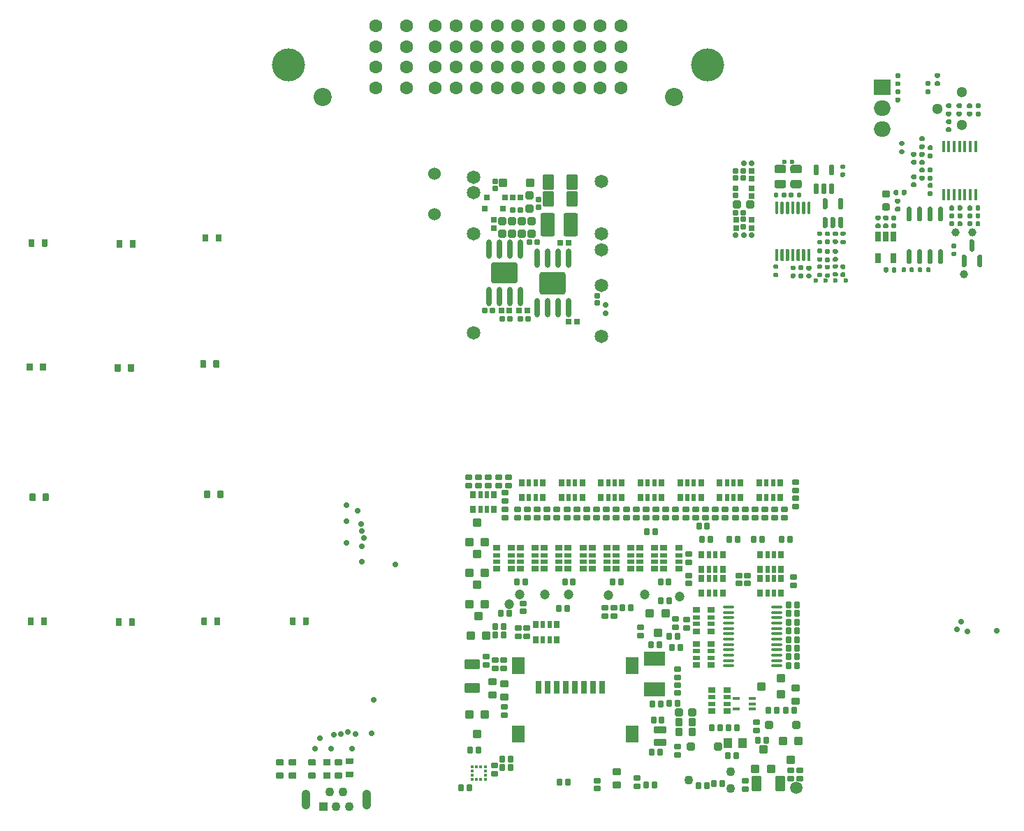
<source format=gbs>
G75*
G70*
%OFA0B0*%
%FSLAX25Y25*%
%IPPOS*%
%LPD*%
%AMOC8*
5,1,8,0,0,1.08239X$1,22.5*
%
%AMM123*
21,1,0.029130,0.018900,0.000000,-0.000000,90.000000*
21,1,0.018900,0.029130,0.000000,-0.000000,90.000000*
1,1,0.010240,0.009450,0.009450*
1,1,0.010240,0.009450,-0.009450*
1,1,0.010240,-0.009450,-0.009450*
1,1,0.010240,-0.009450,0.009450*
%
%AMM124*
21,1,0.025200,0.019680,0.000000,-0.000000,180.000000*
21,1,0.015750,0.029130,0.000000,-0.000000,180.000000*
1,1,0.009450,-0.007870,0.009840*
1,1,0.009450,0.007870,0.009840*
1,1,0.009450,0.007870,-0.009840*
1,1,0.009450,-0.007870,-0.009840*
%
%AMM125*
21,1,0.038980,0.026770,0.000000,-0.000000,180.000000*
21,1,0.026770,0.038980,0.000000,-0.000000,180.000000*
1,1,0.012210,-0.013390,0.013390*
1,1,0.012210,0.013390,0.013390*
1,1,0.012210,0.013390,-0.013390*
1,1,0.012210,-0.013390,-0.013390*
%
%AMM126*
21,1,0.025200,0.019680,0.000000,-0.000000,270.000000*
21,1,0.015750,0.029130,0.000000,-0.000000,270.000000*
1,1,0.009450,-0.009840,-0.007870*
1,1,0.009450,-0.009840,0.007870*
1,1,0.009450,0.009840,0.007870*
1,1,0.009450,0.009840,-0.007870*
%
%AMM19*
21,1,0.041340,0.026770,0.000000,0.000000,0.000000*
21,1,0.029130,0.038980,0.000000,0.000000,0.000000*
1,1,0.012210,0.014570,-0.013390*
1,1,0.012210,-0.014570,-0.013390*
1,1,0.012210,-0.014570,0.013390*
1,1,0.012210,0.014570,0.013390*
%
%AMM21*
21,1,0.076380,0.036220,0.000000,0.000000,90.000000*
21,1,0.061810,0.050790,0.000000,0.000000,90.000000*
1,1,0.014570,0.018110,0.030910*
1,1,0.014570,0.018110,-0.030910*
1,1,0.014570,-0.018110,-0.030910*
1,1,0.014570,-0.018110,0.030910*
%
%AMM230*
21,1,0.039370,0.030320,-0.000000,-0.000000,270.000000*
21,1,0.028350,0.041340,-0.000000,-0.000000,270.000000*
1,1,0.011020,-0.015160,-0.014170*
1,1,0.011020,-0.015160,0.014170*
1,1,0.011020,0.015160,0.014170*
1,1,0.011020,0.015160,-0.014170*
%
%AMM236*
21,1,0.031500,0.018900,-0.000000,-0.000000,0.000000*
21,1,0.022840,0.027560,-0.000000,-0.000000,0.000000*
1,1,0.008660,0.011420,-0.009450*
1,1,0.008660,-0.011420,-0.009450*
1,1,0.008660,-0.011420,0.009450*
1,1,0.008660,0.011420,0.009450*
%
%AMM239*
21,1,0.029530,0.026380,-0.000000,-0.000000,270.000000*
21,1,0.020470,0.035430,-0.000000,-0.000000,270.000000*
1,1,0.009060,-0.013190,-0.010240*
1,1,0.009060,-0.013190,0.010240*
1,1,0.009060,0.013190,0.010240*
1,1,0.009060,0.013190,-0.010240*
%
%AMM24*
21,1,0.029130,0.018900,0.000000,0.000000,90.000000*
21,1,0.018900,0.029130,0.000000,0.000000,90.000000*
1,1,0.010240,0.009450,0.009450*
1,1,0.010240,0.009450,-0.009450*
1,1,0.010240,-0.009450,-0.009450*
1,1,0.010240,-0.009450,0.009450*
%
%AMM240*
21,1,0.021650,0.027950,-0.000000,-0.000000,270.000000*
21,1,0.014170,0.035430,-0.000000,-0.000000,270.000000*
1,1,0.007480,-0.013980,-0.007090*
1,1,0.007480,-0.013980,0.007090*
1,1,0.007480,0.013980,0.007090*
1,1,0.007480,0.013980,-0.007090*
%
%AMM242*
21,1,0.016540,0.028980,-0.000000,-0.000000,270.000000*
21,1,0.010080,0.035430,-0.000000,-0.000000,270.000000*
1,1,0.006460,-0.014490,-0.005040*
1,1,0.006460,-0.014490,0.005040*
1,1,0.006460,0.014490,0.005040*
1,1,0.006460,0.014490,-0.005040*
%
%AMM245*
21,1,0.031500,0.018900,-0.000000,-0.000000,270.000000*
21,1,0.022840,0.027560,-0.000000,-0.000000,270.000000*
1,1,0.008660,-0.009450,-0.011420*
1,1,0.008660,-0.009450,0.011420*
1,1,0.008660,0.009450,0.011420*
1,1,0.008660,0.009450,-0.011420*
%
%AMM25*
21,1,0.025200,0.019680,0.000000,0.000000,0.000000*
21,1,0.015750,0.029130,0.000000,0.000000,0.000000*
1,1,0.009450,0.007870,-0.009840*
1,1,0.009450,-0.007870,-0.009840*
1,1,0.009450,-0.007870,0.009840*
1,1,0.009450,0.007870,0.009840*
%
%AMM256*
21,1,0.037400,0.026770,-0.000000,-0.000000,0.000000*
21,1,0.026770,0.037400,-0.000000,-0.000000,0.000000*
1,1,0.010630,0.013390,-0.013390*
1,1,0.010630,-0.013390,-0.013390*
1,1,0.010630,-0.013390,0.013390*
1,1,0.010630,0.013390,0.013390*
%
%AMM257*
21,1,0.039370,0.030320,-0.000000,-0.000000,0.000000*
21,1,0.028350,0.041340,-0.000000,-0.000000,0.000000*
1,1,0.011020,0.014170,-0.015160*
1,1,0.011020,-0.014170,-0.015160*
1,1,0.011020,-0.014170,0.015160*
1,1,0.011020,0.014170,0.015160*
%
%AMM258*
21,1,0.039760,0.026770,-0.000000,-0.000000,180.000000*
21,1,0.029130,0.037400,-0.000000,-0.000000,180.000000*
1,1,0.010630,-0.014570,0.013390*
1,1,0.010630,0.014570,0.013390*
1,1,0.010630,0.014570,-0.013390*
1,1,0.010630,-0.014570,-0.013390*
%
%AMM259*
21,1,0.074800,0.036220,-0.000000,-0.000000,180.000000*
21,1,0.061810,0.049210,-0.000000,-0.000000,180.000000*
1,1,0.012990,-0.030910,0.018110*
1,1,0.012990,0.030910,0.018110*
1,1,0.012990,0.030910,-0.018110*
1,1,0.012990,-0.030910,-0.018110*
%
%AMM26*
21,1,0.025200,0.019680,0.000000,0.000000,270.000000*
21,1,0.015750,0.029130,0.000000,0.000000,270.000000*
1,1,0.009450,-0.009840,-0.007870*
1,1,0.009450,-0.009840,0.007870*
1,1,0.009450,0.009840,0.007870*
1,1,0.009450,0.009840,-0.007870*
%
%AMM260*
21,1,0.062990,0.020470,-0.000000,-0.000000,270.000000*
21,1,0.053940,0.029530,-0.000000,-0.000000,270.000000*
1,1,0.009060,-0.010240,-0.026970*
1,1,0.009060,-0.010240,0.026970*
1,1,0.009060,0.010240,0.026970*
1,1,0.009060,0.010240,-0.026970*
%
%AMM261*
21,1,0.082680,0.045670,-0.000000,-0.000000,270.000000*
21,1,0.067320,0.061020,-0.000000,-0.000000,270.000000*
1,1,0.015350,-0.022840,-0.033660*
1,1,0.015350,-0.022840,0.033660*
1,1,0.015350,0.022840,0.033660*
1,1,0.015350,0.022840,-0.033660*
%
%AMM262*
21,1,0.029530,0.026380,-0.000000,-0.000000,180.000000*
21,1,0.020470,0.035430,-0.000000,-0.000000,180.000000*
1,1,0.009060,-0.010240,0.013190*
1,1,0.009060,0.010240,0.013190*
1,1,0.009060,0.010240,-0.013190*
1,1,0.009060,-0.010240,-0.013190*
%
%AMM263*
21,1,0.021650,0.027950,-0.000000,-0.000000,180.000000*
21,1,0.014170,0.035430,-0.000000,-0.000000,180.000000*
1,1,0.007480,-0.007090,0.013980*
1,1,0.007480,0.007090,0.013980*
1,1,0.007480,0.007090,-0.013980*
1,1,0.007480,-0.007090,-0.013980*
%
%AMM264*
21,1,0.031500,0.030710,-0.000000,-0.000000,270.000000*
21,1,0.022050,0.040160,-0.000000,-0.000000,270.000000*
1,1,0.009450,-0.015350,-0.011020*
1,1,0.009450,-0.015350,0.011020*
1,1,0.009450,0.015350,0.011020*
1,1,0.009450,0.015350,-0.011020*
%
%AMM265*
21,1,0.031500,0.049610,-0.000000,-0.000000,90.000000*
21,1,0.022050,0.059060,-0.000000,-0.000000,90.000000*
1,1,0.009450,0.024800,0.011020*
1,1,0.009450,0.024800,-0.011020*
1,1,0.009450,-0.024800,-0.011020*
1,1,0.009450,-0.024800,0.011020*
%
%AMM266*
21,1,0.031500,0.030710,-0.000000,-0.000000,180.000000*
21,1,0.022050,0.040160,-0.000000,-0.000000,180.000000*
1,1,0.009450,-0.011020,0.015350*
1,1,0.009450,0.011020,0.015350*
1,1,0.009450,0.011020,-0.015350*
1,1,0.009450,-0.011020,-0.015350*
%
%AMM267*
21,1,0.074800,0.036220,-0.000000,-0.000000,270.000000*
21,1,0.061810,0.049210,-0.000000,-0.000000,270.000000*
1,1,0.012990,-0.018110,-0.030910*
1,1,0.012990,-0.018110,0.030910*
1,1,0.012990,0.018110,0.030910*
1,1,0.012990,0.018110,-0.030910*
%
%AMM32*
21,1,0.111810,0.050390,0.000000,0.000000,90.000000*
21,1,0.093700,0.068500,0.000000,0.000000,90.000000*
1,1,0.018110,0.025200,0.046850*
1,1,0.018110,0.025200,-0.046850*
1,1,0.018110,-0.025200,-0.046850*
1,1,0.018110,-0.025200,0.046850*
%
%AMM33*
21,1,0.038980,0.026770,0.000000,0.000000,270.000000*
21,1,0.026770,0.038980,0.000000,0.000000,270.000000*
1,1,0.012210,-0.013390,-0.013390*
1,1,0.012210,-0.013390,0.013390*
1,1,0.012210,0.013390,0.013390*
1,1,0.012210,0.013390,-0.013390*
%
%AMM34*
21,1,0.029130,0.018900,0.000000,0.000000,180.000000*
21,1,0.018900,0.029130,0.000000,0.000000,180.000000*
1,1,0.010240,-0.009450,0.009450*
1,1,0.010240,0.009450,0.009450*
1,1,0.010240,0.009450,-0.009450*
1,1,0.010240,-0.009450,-0.009450*
%
%AMM35*
21,1,0.127560,0.075590,0.000000,0.000000,180.000000*
21,1,0.103150,0.100000,0.000000,0.000000,180.000000*
1,1,0.024410,-0.051580,0.037800*
1,1,0.024410,0.051580,0.037800*
1,1,0.024410,0.051580,-0.037800*
1,1,0.024410,-0.051580,-0.037800*
%
%AMM36*
21,1,0.123620,0.083460,0.000000,0.000000,0.000000*
21,1,0.097240,0.109840,0.000000,0.000000,0.000000*
1,1,0.026380,0.048620,-0.041730*
1,1,0.026380,-0.048620,-0.041730*
1,1,0.026380,-0.048620,0.041730*
1,1,0.026380,0.048620,0.041730*
%
%ADD104M19*%
%ADD106M21*%
%ADD109M24*%
%ADD110M25*%
%ADD111M26*%
%ADD112C,0.02913*%
%ADD113C,0.06457*%
%ADD123M32*%
%ADD124M33*%
%ADD125M34*%
%ADD126O,0.02520X0.09213*%
%ADD127M35*%
%ADD128M36*%
%ADD13C,0.02362*%
%ADD151C,0.05118*%
%ADD164C,0.03900*%
%ADD19R,0.04331X0.04331*%
%ADD20C,0.04331*%
%ADD21O,0.04331X0.09449*%
%ADD232C,0.04294*%
%ADD233C,0.04724*%
%ADD24C,0.06299*%
%ADD252R,0.04331X0.04724*%
%ADD256R,0.09843X0.07087*%
%ADD263O,0.05354X0.01378*%
%ADD264R,0.01378X0.01772*%
%ADD265R,0.01772X0.01378*%
%ADD292M123*%
%ADD293M124*%
%ADD294M125*%
%ADD295M126*%
%ADD323R,0.07874X0.07500*%
%ADD324O,0.07874X0.07500*%
%ADD326R,0.01772X0.05709*%
%ADD327R,0.02559X0.04803*%
%ADD428M230*%
%ADD434M236*%
%ADD437M239*%
%ADD438M240*%
%ADD440M242*%
%ADD443M245*%
%ADD454M256*%
%ADD455M257*%
%ADD456M258*%
%ADD457M259*%
%ADD458M260*%
%ADD459M261*%
%ADD460M262*%
%ADD461M263*%
%ADD462M264*%
%ADD463M265*%
%ADD464M266*%
%ADD465M267*%
%ADD48C,0.05906*%
%ADD58C,0.06000*%
%ADD71C,0.15748*%
%ADD72C,0.08661*%
X0000000Y0000000D02*
%LPD*%
G01*
D13*
X0183953Y0069197D03*
X0182280Y0061972D03*
X0180114Y0070043D03*
X0176669Y0069197D03*
X0173323Y0068902D03*
X0172043Y0061972D03*
X0166925Y0067130D03*
X0164366Y0061972D03*
X0192614Y0085299D03*
X0191433Y0069256D03*
X0408231Y0285629D03*
X0403507Y0285629D03*
X0412956Y0285629D03*
X0417680Y0285629D03*
X0392247Y0342420D03*
X0388310Y0342420D03*
D19*
X0168339Y0034362D03*
D20*
X0171488Y0041252D03*
X0174638Y0034362D03*
X0177787Y0041252D03*
X0180937Y0034362D03*
D21*
X0160268Y0037807D03*
X0189008Y0037807D03*
D13*
X0372756Y0307319D03*
X0369016Y0307319D03*
X0365276Y0307319D03*
X0369213Y0341571D03*
X0372756Y0341571D03*
D71*
X0151920Y0388604D03*
D72*
X0168061Y0373446D03*
X0335778Y0373446D03*
D71*
X0351920Y0388604D03*
D24*
X0193455Y0407305D03*
X0193455Y0397462D03*
X0193455Y0387620D03*
X0193455Y0377777D03*
X0208022Y0407305D03*
X0208022Y0397462D03*
X0208022Y0387620D03*
X0208022Y0377777D03*
X0221802Y0407305D03*
X0221802Y0397462D03*
X0221802Y0387620D03*
X0221802Y0377777D03*
X0231644Y0407305D03*
X0231644Y0397462D03*
X0231644Y0387620D03*
X0231644Y0377777D03*
X0241487Y0407305D03*
X0241487Y0397462D03*
X0241487Y0387620D03*
X0241487Y0377777D03*
X0251329Y0407305D03*
X0251329Y0397462D03*
X0251329Y0387620D03*
X0251329Y0377777D03*
X0261172Y0407305D03*
X0261172Y0397462D03*
X0261172Y0387620D03*
X0261172Y0377777D03*
X0271014Y0407305D03*
X0271014Y0397462D03*
X0271014Y0387620D03*
X0271014Y0377777D03*
X0280857Y0407305D03*
X0280857Y0397462D03*
X0280857Y0387620D03*
X0280857Y0377777D03*
X0290699Y0407305D03*
X0290699Y0397462D03*
X0290699Y0387620D03*
X0290699Y0377777D03*
X0300542Y0407305D03*
X0300542Y0397462D03*
X0300542Y0387620D03*
X0300542Y0377777D03*
X0310384Y0407305D03*
X0310384Y0397462D03*
X0310384Y0387620D03*
X0310384Y0377777D03*
D13*
X0186850Y0158787D03*
X0179626Y0160461D03*
X0187697Y0162626D03*
X0186850Y0166071D03*
X0186555Y0169417D03*
X0179626Y0170697D03*
X0184783Y0175815D03*
X0179626Y0178374D03*
X0202953Y0150126D03*
X0186909Y0151307D03*
D48*
X0301300Y0333160D03*
X0301300Y0307963D03*
X0301300Y0300483D03*
X0301300Y0283554D03*
D13*
X0303072Y0274105D03*
X0303072Y0270168D03*
D48*
X0301300Y0258947D03*
X0240277Y0334931D03*
X0240277Y0327648D03*
X0240277Y0308160D03*
X0240277Y0260719D03*
D58*
X0221539Y0336697D03*
X0221539Y0317405D03*
D13*
X0470770Y0119219D03*
X0472837Y0122663D03*
X0475790Y0118037D03*
X0489766Y0118333D03*
G36*
G01*
X0068930Y0242500D02*
X0068930Y0245571D01*
G75*
G02*
X0069206Y0245847I0000276J0000000D01*
G01*
X0071411Y0245847D01*
G75*
G02*
X0071686Y0245571I0000000J-000276D01*
G01*
X0071686Y0242500D01*
G75*
G02*
X0071411Y0242225I-000276J0000000D01*
G01*
X0069206Y0242225D01*
G75*
G02*
X0068930Y0242500I0000000J0000276D01*
G01*
G37*
G36*
G01*
X0075229Y0242500D02*
X0075229Y0245571D01*
G75*
G02*
X0075505Y0245847I0000276J0000000D01*
G01*
X0077710Y0245847D01*
G75*
G02*
X0077985Y0245571I0000000J-000276D01*
G01*
X0077985Y0242500D01*
G75*
G02*
X0077710Y0242225I-000276J0000000D01*
G01*
X0075505Y0242225D01*
G75*
G02*
X0075229Y0242500I0000000J0000276D01*
G01*
G37*
G36*
G01*
X0161516Y0056917D02*
X0164587Y0056917D01*
G75*
G02*
X0164862Y0056642I0000000J-000276D01*
G01*
X0164862Y0054437D01*
G75*
G02*
X0164587Y0054161I-000276J0000000D01*
G01*
X0161516Y0054161D01*
G75*
G02*
X0161240Y0054437I0000000J0000276D01*
G01*
X0161240Y0056642D01*
G75*
G02*
X0161516Y0056917I0000276J0000000D01*
G01*
G37*
G36*
G01*
X0161516Y0050618D02*
X0164587Y0050618D01*
G75*
G02*
X0164862Y0050343I0000000J-000276D01*
G01*
X0164862Y0048138D01*
G75*
G02*
X0164587Y0047862I-000276J0000000D01*
G01*
X0161516Y0047862D01*
G75*
G02*
X0161240Y0048138I0000000J0000276D01*
G01*
X0161240Y0050343D01*
G75*
G02*
X0161516Y0050618I0000276J0000000D01*
G01*
G37*
G36*
G01*
X0069764Y0301732D02*
X0069764Y0304803D01*
G75*
G02*
X0070039Y0305079I0000276J0000000D01*
G01*
X0072244Y0305079D01*
G75*
G02*
X0072520Y0304803I0000000J-000276D01*
G01*
X0072520Y0301732D01*
G75*
G02*
X0072244Y0301457I-000276J0000000D01*
G01*
X0070039Y0301457D01*
G75*
G02*
X0069764Y0301732I0000000J0000276D01*
G01*
G37*
G36*
G01*
X0076063Y0301732D02*
X0076063Y0304803D01*
G75*
G02*
X0076339Y0305079I0000276J0000000D01*
G01*
X0078543Y0305079D01*
G75*
G02*
X0078819Y0304803I0000000J-000276D01*
G01*
X0078819Y0301732D01*
G75*
G02*
X0078543Y0301457I-000276J0000000D01*
G01*
X0076339Y0301457D01*
G75*
G02*
X0076063Y0301732I0000000J0000276D01*
G01*
G37*
G36*
G01*
X0026962Y0242886D02*
X0026962Y0245957D01*
G75*
G02*
X0027237Y0246232I0000276J0000000D01*
G01*
X0029442Y0246232D01*
G75*
G02*
X0029718Y0245957I0000000J-000276D01*
G01*
X0029718Y0242886D01*
G75*
G02*
X0029442Y0242610I-000276J0000000D01*
G01*
X0027237Y0242610D01*
G75*
G02*
X0026962Y0242886I0000000J0000276D01*
G01*
G37*
G36*
G01*
X0033261Y0242886D02*
X0033261Y0245957D01*
G75*
G02*
X0033537Y0246232I0000276J0000000D01*
G01*
X0035741Y0246232D01*
G75*
G02*
X0036017Y0245957I0000000J-000276D01*
G01*
X0036017Y0242886D01*
G75*
G02*
X0035741Y0242610I-000276J0000000D01*
G01*
X0033537Y0242610D01*
G75*
G02*
X0033261Y0242886I0000000J0000276D01*
G01*
G37*
G36*
G01*
X0174130Y0056917D02*
X0177201Y0056917D01*
G75*
G02*
X0177476Y0056642I0000000J-000276D01*
G01*
X0177476Y0054437D01*
G75*
G02*
X0177201Y0054161I-000276J0000000D01*
G01*
X0174130Y0054161D01*
G75*
G02*
X0173854Y0054437I0000000J0000276D01*
G01*
X0173854Y0056642D01*
G75*
G02*
X0174130Y0056917I0000276J0000000D01*
G01*
G37*
G36*
G01*
X0174130Y0050618D02*
X0177201Y0050618D01*
G75*
G02*
X0177476Y0050343I0000000J-000276D01*
G01*
X0177476Y0048138D01*
G75*
G02*
X0177201Y0047862I-000276J0000000D01*
G01*
X0174130Y0047862D01*
G75*
G02*
X0173854Y0048138I0000000J0000276D01*
G01*
X0173854Y0050343D01*
G75*
G02*
X0174130Y0050618I0000276J0000000D01*
G01*
G37*
G36*
G01*
X0110850Y0304524D02*
X0110850Y0307594D01*
G75*
G02*
X0111126Y0307870I0000276J0000000D01*
G01*
X0113331Y0307870D01*
G75*
G02*
X0113606Y0307594I0000000J-000276D01*
G01*
X0113606Y0304524D01*
G75*
G02*
X0113331Y0304248I-000276J0000000D01*
G01*
X0111126Y0304248D01*
G75*
G02*
X0110850Y0304524I0000000J0000276D01*
G01*
G37*
G36*
G01*
X0117150Y0304524D02*
X0117150Y0307594D01*
G75*
G02*
X0117425Y0307870I0000276J0000000D01*
G01*
X0119630Y0307870D01*
G75*
G02*
X0119906Y0307594I0000000J-000276D01*
G01*
X0119906Y0304524D01*
G75*
G02*
X0119630Y0304248I-000276J0000000D01*
G01*
X0117425Y0304248D01*
G75*
G02*
X0117150Y0304524I0000000J0000276D01*
G01*
G37*
G36*
G01*
X0152441Y0121457D02*
X0152441Y0124528D01*
G75*
G02*
X0152717Y0124803I0000276J0000000D01*
G01*
X0154921Y0124803D01*
G75*
G02*
X0155197Y0124528I0000000J-000276D01*
G01*
X0155197Y0121457D01*
G75*
G02*
X0154921Y0121181I-000276J0000000D01*
G01*
X0152717Y0121181D01*
G75*
G02*
X0152441Y0121457I0000000J0000276D01*
G01*
G37*
G36*
G01*
X0158740Y0121457D02*
X0158740Y0124528D01*
G75*
G02*
X0159016Y0124803I0000276J0000000D01*
G01*
X0161220Y0124803D01*
G75*
G02*
X0161496Y0124528I0000000J-000276D01*
G01*
X0161496Y0121457D01*
G75*
G02*
X0161220Y0121181I-000276J0000000D01*
G01*
X0159016Y0121181D01*
G75*
G02*
X0158740Y0121457I0000000J0000276D01*
G01*
G37*
G36*
G01*
X0146165Y0056917D02*
X0149236Y0056917D01*
G75*
G02*
X0149512Y0056642I0000000J-000276D01*
G01*
X0149512Y0054437D01*
G75*
G02*
X0149236Y0054161I-000276J0000000D01*
G01*
X0146165Y0054161D01*
G75*
G02*
X0145890Y0054437I0000000J0000276D01*
G01*
X0145890Y0056642D01*
G75*
G02*
X0146165Y0056917I0000276J0000000D01*
G01*
G37*
G36*
G01*
X0146165Y0050618D02*
X0149236Y0050618D01*
G75*
G02*
X0149512Y0050343I0000000J-000276D01*
G01*
X0149512Y0048138D01*
G75*
G02*
X0149236Y0047862I-000276J0000000D01*
G01*
X0146165Y0047862D01*
G75*
G02*
X0145890Y0048138I0000000J0000276D01*
G01*
X0145890Y0050343D01*
G75*
G02*
X0146165Y0050618I0000276J0000000D01*
G01*
G37*
G36*
G01*
X0111602Y0182016D02*
X0111602Y0185087D01*
G75*
G02*
X0111878Y0185362I0000276J0000000D01*
G01*
X0114083Y0185362D01*
G75*
G02*
X0114358Y0185087I0000000J-000276D01*
G01*
X0114358Y0182016D01*
G75*
G02*
X0114083Y0181740I-000276J0000000D01*
G01*
X0111878Y0181740D01*
G75*
G02*
X0111602Y0182016I0000000J0000276D01*
G01*
G37*
G36*
G01*
X0117902Y0182016D02*
X0117902Y0185087D01*
G75*
G02*
X0118177Y0185362I0000276J0000000D01*
G01*
X0120382Y0185362D01*
G75*
G02*
X0120657Y0185087I0000000J-000276D01*
G01*
X0120657Y0182016D01*
G75*
G02*
X0120382Y0181740I-000276J0000000D01*
G01*
X0118177Y0181740D01*
G75*
G02*
X0117902Y0182016I0000000J0000276D01*
G01*
G37*
G36*
G01*
X0152236Y0056917D02*
X0155307Y0056917D01*
G75*
G02*
X0155583Y0056642I0000000J-000276D01*
G01*
X0155583Y0054437D01*
G75*
G02*
X0155307Y0054161I-000276J0000000D01*
G01*
X0152236Y0054161D01*
G75*
G02*
X0151961Y0054437I0000000J0000276D01*
G01*
X0151961Y0056642D01*
G75*
G02*
X0152236Y0056917I0000276J0000000D01*
G01*
G37*
G36*
G01*
X0152236Y0050618D02*
X0155307Y0050618D01*
G75*
G02*
X0155583Y0050343I0000000J-000276D01*
G01*
X0155583Y0048138D01*
G75*
G02*
X0155307Y0047862I-000276J0000000D01*
G01*
X0152236Y0047862D01*
G75*
G02*
X0151961Y0048138I0000000J0000276D01*
G01*
X0151961Y0050343D01*
G75*
G02*
X0152236Y0050618I0000276J0000000D01*
G01*
G37*
G36*
G01*
X0069409Y0120984D02*
X0069409Y0124055D01*
G75*
G02*
X0069685Y0124331I0000276J0000000D01*
G01*
X0071890Y0124331D01*
G75*
G02*
X0072165Y0124055I0000000J-000276D01*
G01*
X0072165Y0120984D01*
G75*
G02*
X0071890Y0120709I-000276J0000000D01*
G01*
X0069685Y0120709D01*
G75*
G02*
X0069409Y0120984I0000000J0000276D01*
G01*
G37*
G36*
G01*
X0075709Y0120984D02*
X0075709Y0124055D01*
G75*
G02*
X0075984Y0124331I0000276J0000000D01*
G01*
X0078189Y0124331D01*
G75*
G02*
X0078465Y0124055I0000000J-000276D01*
G01*
X0078465Y0120984D01*
G75*
G02*
X0078189Y0120709I-000276J0000000D01*
G01*
X0075984Y0120709D01*
G75*
G02*
X0075709Y0120984I0000000J0000276D01*
G01*
G37*
G36*
G01*
X0110197Y0121378D02*
X0110197Y0124449D01*
G75*
G02*
X0110472Y0124724I0000276J0000000D01*
G01*
X0112677Y0124724D01*
G75*
G02*
X0112953Y0124449I0000000J-000276D01*
G01*
X0112953Y0121378D01*
G75*
G02*
X0112677Y0121102I-000276J0000000D01*
G01*
X0110472Y0121102D01*
G75*
G02*
X0110197Y0121378I0000000J0000276D01*
G01*
G37*
G36*
G01*
X0116496Y0121378D02*
X0116496Y0124449D01*
G75*
G02*
X0116772Y0124724I0000276J0000000D01*
G01*
X0118976Y0124724D01*
G75*
G02*
X0119252Y0124449I0000000J-000276D01*
G01*
X0119252Y0121378D01*
G75*
G02*
X0118976Y0121102I-000276J0000000D01*
G01*
X0116772Y0121102D01*
G75*
G02*
X0116496Y0121378I0000000J0000276D01*
G01*
G37*
G36*
G01*
X0027795Y0302126D02*
X0027795Y0305197D01*
G75*
G02*
X0028071Y0305472I0000276J0000000D01*
G01*
X0030276Y0305472D01*
G75*
G02*
X0030551Y0305197I0000000J-000276D01*
G01*
X0030551Y0302126D01*
G75*
G02*
X0030276Y0301850I-000276J0000000D01*
G01*
X0028071Y0301850D01*
G75*
G02*
X0027795Y0302126I0000000J0000276D01*
G01*
G37*
G36*
G01*
X0034094Y0302126D02*
X0034094Y0305197D01*
G75*
G02*
X0034370Y0305472I0000276J0000000D01*
G01*
X0036575Y0305472D01*
G75*
G02*
X0036850Y0305197I0000000J-000276D01*
G01*
X0036850Y0302126D01*
G75*
G02*
X0036575Y0301850I-000276J0000000D01*
G01*
X0034370Y0301850D01*
G75*
G02*
X0034094Y0302126I0000000J0000276D01*
G01*
G37*
G36*
G01*
X0179402Y0057516D02*
X0182472Y0057516D01*
G75*
G02*
X0182748Y0057240I0000000J-000276D01*
G01*
X0182748Y0055035D01*
G75*
G02*
X0182472Y0054760I-000276J0000000D01*
G01*
X0179402Y0054760D01*
G75*
G02*
X0179126Y0055035I0000000J0000276D01*
G01*
X0179126Y0057240D01*
G75*
G02*
X0179402Y0057516I0000276J0000000D01*
G01*
G37*
G36*
G01*
X0179402Y0051217D02*
X0182472Y0051217D01*
G75*
G02*
X0182748Y0050941I0000000J-000276D01*
G01*
X0182748Y0048736D01*
G75*
G02*
X0182472Y0048461I-000276J0000000D01*
G01*
X0179402Y0048461D01*
G75*
G02*
X0179126Y0048736I0000000J0000276D01*
G01*
X0179126Y0050941D01*
G75*
G02*
X0179402Y0051217I0000276J0000000D01*
G01*
G37*
G36*
G01*
X0028274Y0180618D02*
X0028274Y0183689D01*
G75*
G02*
X0028550Y0183965I0000276J0000000D01*
G01*
X0030755Y0183965D01*
G75*
G02*
X0031030Y0183689I0000000J-000276D01*
G01*
X0031030Y0180618D01*
G75*
G02*
X0030755Y0180343I-000276J0000000D01*
G01*
X0028550Y0180343D01*
G75*
G02*
X0028274Y0180618I0000000J0000276D01*
G01*
G37*
G36*
G01*
X0034574Y0180618D02*
X0034574Y0183689D01*
G75*
G02*
X0034849Y0183965I0000276J0000000D01*
G01*
X0037054Y0183965D01*
G75*
G02*
X0037330Y0183689I0000000J-000276D01*
G01*
X0037330Y0180618D01*
G75*
G02*
X0037054Y0180343I-000276J0000000D01*
G01*
X0034849Y0180343D01*
G75*
G02*
X0034574Y0180618I0000000J0000276D01*
G01*
G37*
G36*
G01*
X0168591Y0056917D02*
X0171661Y0056917D01*
G75*
G02*
X0171937Y0056642I0000000J-000276D01*
G01*
X0171937Y0054437D01*
G75*
G02*
X0171661Y0054161I-000276J0000000D01*
G01*
X0168591Y0054161D01*
G75*
G02*
X0168315Y0054437I0000000J0000276D01*
G01*
X0168315Y0056642D01*
G75*
G02*
X0168591Y0056917I0000276J0000000D01*
G01*
G37*
G36*
G01*
X0168591Y0050618D02*
X0171661Y0050618D01*
G75*
G02*
X0171937Y0050343I0000000J-000276D01*
G01*
X0171937Y0048138D01*
G75*
G02*
X0171661Y0047862I-000276J0000000D01*
G01*
X0168591Y0047862D01*
G75*
G02*
X0168315Y0048138I0000000J0000276D01*
G01*
X0168315Y0050343D01*
G75*
G02*
X0168591Y0050618I0000276J0000000D01*
G01*
G37*
G36*
G01*
X0027441Y0121378D02*
X0027441Y0124449D01*
G75*
G02*
X0027717Y0124724I0000276J0000000D01*
G01*
X0029921Y0124724D01*
G75*
G02*
X0030197Y0124449I0000000J-000276D01*
G01*
X0030197Y0121378D01*
G75*
G02*
X0029921Y0121102I-000276J0000000D01*
G01*
X0027717Y0121102D01*
G75*
G02*
X0027441Y0121378I0000000J0000276D01*
G01*
G37*
G36*
G01*
X0033740Y0121378D02*
X0033740Y0124449D01*
G75*
G02*
X0034016Y0124724I0000276J0000000D01*
G01*
X0036220Y0124724D01*
G75*
G02*
X0036496Y0124449I0000000J-000276D01*
G01*
X0036496Y0121378D01*
G75*
G02*
X0036220Y0121102I-000276J0000000D01*
G01*
X0034016Y0121102D01*
G75*
G02*
X0033740Y0121378I0000000J0000276D01*
G01*
G37*
G36*
G01*
X0109673Y0244252D02*
X0109673Y0247323D01*
G75*
G02*
X0109949Y0247598I0000276J0000000D01*
G01*
X0112154Y0247598D01*
G75*
G02*
X0112429Y0247323I0000000J-000276D01*
G01*
X0112429Y0244252D01*
G75*
G02*
X0112154Y0243976I-000276J0000000D01*
G01*
X0109949Y0243976D01*
G75*
G02*
X0109673Y0244252I0000000J0000276D01*
G01*
G37*
G36*
G01*
X0115972Y0244252D02*
X0115972Y0247323D01*
G75*
G02*
X0116248Y0247598I0000276J0000000D01*
G01*
X0118453Y0247598D01*
G75*
G02*
X0118728Y0247323I0000000J-000276D01*
G01*
X0118728Y0244252D01*
G75*
G02*
X0118453Y0243976I-000276J0000000D01*
G01*
X0116248Y0243976D01*
G75*
G02*
X0115972Y0244252I0000000J0000276D01*
G01*
G37*
X0237324Y0255994D02*
G01*
G75*
D104*
X0267239Y0332372D02*
D03*
X0254247Y0332372D02*
D03*
D106*
X0287099Y0332766D02*
D03*
X0275682Y0332766D02*
D03*
X0287099Y0324734D02*
D03*
X0275682Y0324734D02*
D03*
D109*
X0249726Y0310718D02*
D03*
X0249726Y0314655D02*
D03*
X0246379Y0325285D02*
D03*
X0255041Y0325285D02*
D03*
X0245592Y0320037D02*
D03*
X0254253Y0320037D02*
D03*
D110*
X0257479Y0267411D02*
D03*
X0253935Y0267411D02*
D03*
X0266870Y0304144D02*
D03*
X0270414Y0304144D02*
D03*
X0258873Y0319249D02*
D03*
X0262416Y0319249D02*
D03*
X0266097Y0267411D02*
D03*
X0262554Y0267411D02*
D03*
X0245592Y0271348D02*
D03*
X0249135Y0271348D02*
D03*
D111*
X0271077Y0320824D02*
D03*
X0271077Y0324368D02*
D03*
X0250310Y0333226D02*
D03*
X0250310Y0329682D02*
D03*
X0299074Y0274909D02*
D03*
X0299074Y0278453D02*
D03*
D112*
X0303072Y0274104D02*
D03*
X0303072Y0270167D02*
D03*
D113*
X0240277Y0327647D02*
D03*
X0240277Y0260718D02*
D03*
X0240277Y0308159D02*
D03*
X0301300Y0307962D02*
D03*
X0301300Y0333159D02*
D03*
X0301300Y0283553D02*
D03*
X0301300Y0300482D02*
D03*
X0301300Y0258947D02*
D03*
X0240277Y0334931D02*
D03*
D123*
X0286537Y0312293D02*
D03*
X0275513Y0312293D02*
D03*
D124*
X0253859Y0307970D02*
D03*
X0253859Y0314190D02*
D03*
X0267953Y0307970D02*
D03*
X0267953Y0314190D02*
D03*
X0263262Y0307970D02*
D03*
X0263262Y0314190D02*
D03*
X0258570Y0307970D02*
D03*
X0258570Y0314190D02*
D03*
X0266772Y0320214D02*
D03*
X0266772Y0326435D02*
D03*
D125*
X0257282Y0271348D02*
D03*
X0253345Y0271348D02*
D03*
X0261963Y0271348D02*
D03*
X0265900Y0271348D02*
D03*
X0258676Y0325285D02*
D03*
X0262613Y0325285D02*
D03*
X0281609Y0303671D02*
D03*
X0285546Y0303671D02*
D03*
X0289385Y0266230D02*
D03*
X0285447Y0266230D02*
D03*
D126*
X0262396Y0278108D02*
D03*
X0257396Y0278108D02*
D03*
X0252396Y0278108D02*
D03*
X0247396Y0278108D02*
D03*
X0262396Y0300745D02*
D03*
X0257396Y0300745D02*
D03*
X0252396Y0300745D02*
D03*
X0247396Y0300745D02*
D03*
X0285463Y0272825D02*
D03*
X0280463Y0272825D02*
D03*
X0275463Y0272825D02*
D03*
X0270463Y0272825D02*
D03*
X0285463Y0296250D02*
D03*
X0280463Y0296250D02*
D03*
X0275463Y0296250D02*
D03*
X0270463Y0296250D02*
D03*
D127*
X0254896Y0289426D02*
D03*
D128*
X0277963Y0284537D02*
D03*
X0381066Y0343897D02*
%LPD*%
G01*
D13*
X0408231Y0285629D03*
X0403507Y0285629D03*
X0412956Y0285629D03*
X0417680Y0285629D03*
X0392247Y0342421D03*
X0388310Y0342421D03*
G36*
G01*
X0411660Y0326968D02*
X0410479Y0326968D01*
G75*
G02*
X0409888Y0327558I0000000J0000591D01*
G01*
X0409888Y0331594D01*
G75*
G02*
X0410479Y0332184I0000591J0000000D01*
G01*
X0411660Y0332184D01*
G75*
G02*
X0412250Y0331594I0000000J-000591D01*
G01*
X0412250Y0327558D01*
G75*
G02*
X0411660Y0326968I-000591J0000000D01*
G01*
G37*
G36*
G01*
X0407919Y0326968D02*
X0406738Y0326968D01*
G75*
G02*
X0406148Y0327558I0000000J0000591D01*
G01*
X0406148Y0331594D01*
G75*
G02*
X0406738Y0332184I0000591J0000000D01*
G01*
X0407919Y0332184D01*
G75*
G02*
X0408510Y0331594I0000000J-000591D01*
G01*
X0408510Y0327558D01*
G75*
G02*
X0407919Y0326968I-000591J0000000D01*
G01*
G37*
G36*
G01*
X0404179Y0326968D02*
X0402998Y0326968D01*
G75*
G02*
X0402408Y0327558I0000000J0000591D01*
G01*
X0402408Y0331594D01*
G75*
G02*
X0402998Y0332184I0000591J0000000D01*
G01*
X0404179Y0332184D01*
G75*
G02*
X0404770Y0331594I0000000J-000591D01*
G01*
X0404770Y0327558D01*
G75*
G02*
X0404179Y0326968I-000591J0000000D01*
G01*
G37*
G36*
G01*
X0404179Y0335925D02*
X0402998Y0335925D01*
G75*
G02*
X0402408Y0336515I0000000J0000591D01*
G01*
X0402408Y0340551D01*
G75*
G02*
X0402998Y0341141I0000591J0000000D01*
G01*
X0404179Y0341141D01*
G75*
G02*
X0404770Y0340551I0000000J-000591D01*
G01*
X0404770Y0336515D01*
G75*
G02*
X0404179Y0335925I-000591J0000000D01*
G01*
G37*
G36*
G01*
X0411660Y0335925D02*
X0410479Y0335925D01*
G75*
G02*
X0409888Y0336515I0000000J0000591D01*
G01*
X0409888Y0340551D01*
G75*
G02*
X0410479Y0341141I0000591J0000000D01*
G01*
X0411660Y0341141D01*
G75*
G02*
X0412250Y0340551I0000000J-000591D01*
G01*
X0412250Y0336515D01*
G75*
G02*
X0411660Y0335925I-000591J0000000D01*
G01*
G37*
G36*
G01*
X0389373Y0327243D02*
X0389373Y0325905D01*
G75*
G02*
X0388822Y0325354I-000551J0000000D01*
G01*
X0387720Y0325354D01*
G75*
G02*
X0387168Y0325905I0000000J0000551D01*
G01*
X0387168Y0327243D01*
G75*
G02*
X0387720Y0327795I0000551J0000000D01*
G01*
X0388822Y0327795D01*
G75*
G02*
X0389373Y0327243I0000000J-000551D01*
G01*
G37*
G36*
G01*
X0385594Y0327243D02*
X0385594Y0325905D01*
G75*
G02*
X0385042Y0325354I-000551J0000000D01*
G01*
X0383940Y0325354D01*
G75*
G02*
X0383389Y0325905I0000000J0000551D01*
G01*
X0383389Y0327243D01*
G75*
G02*
X0383940Y0327795I0000551J0000000D01*
G01*
X0385042Y0327795D01*
G75*
G02*
X0385594Y0327243I0000000J-000551D01*
G01*
G37*
G36*
G01*
X0412090Y0300728D02*
X0413428Y0300728D01*
G75*
G02*
X0413979Y0300177I0000000J-000551D01*
G01*
X0413979Y0299074D01*
G75*
G02*
X0413428Y0298523I-000551J0000000D01*
G01*
X0412090Y0298523D01*
G75*
G02*
X0411538Y0299074I0000000J0000551D01*
G01*
X0411538Y0300177D01*
G75*
G02*
X0412090Y0300728I0000551J0000000D01*
G01*
G37*
G36*
G01*
X0412090Y0296948D02*
X0413428Y0296948D01*
G75*
G02*
X0413979Y0296397I0000000J-000551D01*
G01*
X0413979Y0295295D01*
G75*
G02*
X0413428Y0294743I-000551J0000000D01*
G01*
X0412090Y0294743D01*
G75*
G02*
X0411538Y0295295I0000000J0000551D01*
G01*
X0411538Y0296397D01*
G75*
G02*
X0412090Y0296948I0000551J0000000D01*
G01*
G37*
G36*
G01*
X0417090Y0287381D02*
X0415751Y0287381D01*
G75*
G02*
X0415200Y0287932I0000000J0000551D01*
G01*
X0415200Y0289035D01*
G75*
G02*
X0415751Y0289586I0000551J0000000D01*
G01*
X0417090Y0289586D01*
G75*
G02*
X0417641Y0289035I0000000J-000551D01*
G01*
X0417641Y0287932D01*
G75*
G02*
X0417090Y0287381I-000551J0000000D01*
G01*
G37*
G36*
G01*
X0417090Y0291161D02*
X0415751Y0291161D01*
G75*
G02*
X0415200Y0291712I0000000J0000551D01*
G01*
X0415200Y0292814D01*
G75*
G02*
X0415751Y0293366I0000551J0000000D01*
G01*
X0417090Y0293366D01*
G75*
G02*
X0417641Y0292814I0000000J-000551D01*
G01*
X0417641Y0291712D01*
G75*
G02*
X0417090Y0291161I-000551J0000000D01*
G01*
G37*
G36*
G01*
X0408349Y0309133D02*
X0409688Y0309133D01*
G75*
G02*
X0410239Y0308582I0000000J-000551D01*
G01*
X0410239Y0307480D01*
G75*
G02*
X0409688Y0306928I-000551J0000000D01*
G01*
X0408349Y0306928D01*
G75*
G02*
X0407798Y0307480I0000000J0000551D01*
G01*
X0407798Y0308582D01*
G75*
G02*
X0408349Y0309133I0000551J0000000D01*
G01*
G37*
G36*
G01*
X0408349Y0305354D02*
X0409688Y0305354D01*
G75*
G02*
X0410239Y0304803I0000000J-000551D01*
G01*
X0410239Y0303700D01*
G75*
G02*
X0409688Y0303149I-000551J0000000D01*
G01*
X0408349Y0303149D01*
G75*
G02*
X0407798Y0303700I0000000J0000551D01*
G01*
X0407798Y0304803D01*
G75*
G02*
X0408349Y0305354I0000551J0000000D01*
G01*
G37*
G36*
G01*
X0413428Y0287578D02*
X0412090Y0287578D01*
G75*
G02*
X0411538Y0288129I0000000J0000551D01*
G01*
X0411538Y0289232D01*
G75*
G02*
X0412090Y0289783I0000551J0000000D01*
G01*
X0413428Y0289783D01*
G75*
G02*
X0413979Y0289232I0000000J-000551D01*
G01*
X0413979Y0288129D01*
G75*
G02*
X0413428Y0287578I-000551J0000000D01*
G01*
G37*
G36*
G01*
X0413428Y0291358D02*
X0412090Y0291358D01*
G75*
G02*
X0411538Y0291909I0000000J0000551D01*
G01*
X0411538Y0293011D01*
G75*
G02*
X0412090Y0293562I0000551J0000000D01*
G01*
X0413428Y0293562D01*
G75*
G02*
X0413979Y0293011I0000000J-000551D01*
G01*
X0413979Y0291909D01*
G75*
G02*
X0413428Y0291358I-000551J0000000D01*
G01*
G37*
G36*
G01*
X0391912Y0292854D02*
X0393251Y0292854D01*
G75*
G02*
X0393802Y0292303I0000000J-000551D01*
G01*
X0393802Y0291200D01*
G75*
G02*
X0393251Y0290649I-000551J0000000D01*
G01*
X0391912Y0290649D01*
G75*
G02*
X0391361Y0291200I0000000J0000551D01*
G01*
X0391361Y0292303D01*
G75*
G02*
X0391912Y0292854I0000551J0000000D01*
G01*
G37*
G36*
G01*
X0391912Y0289074D02*
X0393251Y0289074D01*
G75*
G02*
X0393802Y0288523I0000000J-000551D01*
G01*
X0393802Y0287421D01*
G75*
G02*
X0393251Y0286869I-000551J0000000D01*
G01*
X0391912Y0286869D01*
G75*
G02*
X0391361Y0287421I0000000J0000551D01*
G01*
X0391361Y0288523D01*
G75*
G02*
X0391912Y0289074I0000551J0000000D01*
G01*
G37*
G36*
G01*
X0384412Y0323363D02*
X0385200Y0323363D01*
G75*
G02*
X0385594Y0322969I0000000J-000394D01*
G01*
X0385594Y0317949D01*
G75*
G02*
X0385200Y0317556I-000394J0000000D01*
G01*
X0384412Y0317556D01*
G75*
G02*
X0384019Y0317949I0000000J0000394D01*
G01*
X0384019Y0322969D01*
G75*
G02*
X0384412Y0323363I0000394J0000000D01*
G01*
G37*
G36*
G01*
X0386972Y0323363D02*
X0387759Y0323363D01*
G75*
G02*
X0388153Y0322969I0000000J-000394D01*
G01*
X0388153Y0317949D01*
G75*
G02*
X0387759Y0317556I-000394J0000000D01*
G01*
X0386972Y0317556D01*
G75*
G02*
X0386578Y0317949I0000000J0000394D01*
G01*
X0386578Y0322969D01*
G75*
G02*
X0386972Y0323363I0000394J0000000D01*
G01*
G37*
G36*
G01*
X0389531Y0323363D02*
X0390318Y0323363D01*
G75*
G02*
X0390712Y0322969I0000000J-000394D01*
G01*
X0390712Y0317949D01*
G75*
G02*
X0390318Y0317556I-000394J0000000D01*
G01*
X0389531Y0317556D01*
G75*
G02*
X0389137Y0317949I0000000J0000394D01*
G01*
X0389137Y0322969D01*
G75*
G02*
X0389531Y0323363I0000394J0000000D01*
G01*
G37*
G36*
G01*
X0392090Y0323363D02*
X0392877Y0323363D01*
G75*
G02*
X0393271Y0322969I0000000J-000394D01*
G01*
X0393271Y0317949D01*
G75*
G02*
X0392877Y0317556I-000394J0000000D01*
G01*
X0392090Y0317556D01*
G75*
G02*
X0391696Y0317949I0000000J0000394D01*
G01*
X0391696Y0322969D01*
G75*
G02*
X0392090Y0323363I0000394J0000000D01*
G01*
G37*
G36*
G01*
X0394649Y0323363D02*
X0395436Y0323363D01*
G75*
G02*
X0395830Y0322969I0000000J-000394D01*
G01*
X0395830Y0317949D01*
G75*
G02*
X0395436Y0317556I-000394J0000000D01*
G01*
X0394649Y0317556D01*
G75*
G02*
X0394255Y0317949I0000000J0000394D01*
G01*
X0394255Y0322969D01*
G75*
G02*
X0394649Y0323363I0000394J0000000D01*
G01*
G37*
G36*
G01*
X0397208Y0323363D02*
X0397995Y0323363D01*
G75*
G02*
X0398389Y0322969I0000000J-000394D01*
G01*
X0398389Y0317949D01*
G75*
G02*
X0397995Y0317556I-000394J0000000D01*
G01*
X0397208Y0317556D01*
G75*
G02*
X0396814Y0317949I0000000J0000394D01*
G01*
X0396814Y0322969D01*
G75*
G02*
X0397208Y0323363I0000394J0000000D01*
G01*
G37*
G36*
G01*
X0399767Y0323363D02*
X0400554Y0323363D01*
G75*
G02*
X0400948Y0322969I0000000J-000394D01*
G01*
X0400948Y0317949D01*
G75*
G02*
X0400554Y0317556I-000394J0000000D01*
G01*
X0399767Y0317556D01*
G75*
G02*
X0399373Y0317949I0000000J0000394D01*
G01*
X0399373Y0322969D01*
G75*
G02*
X0399767Y0323363I0000394J0000000D01*
G01*
G37*
G36*
G01*
X0399767Y0300823D02*
X0400554Y0300823D01*
G75*
G02*
X0400948Y0300430I0000000J-000394D01*
G01*
X0400948Y0295410D01*
G75*
G02*
X0400554Y0295016I-000394J0000000D01*
G01*
X0399767Y0295016D01*
G75*
G02*
X0399373Y0295410I0000000J0000394D01*
G01*
X0399373Y0300430D01*
G75*
G02*
X0399767Y0300823I0000394J0000000D01*
G01*
G37*
G36*
G01*
X0397208Y0300823D02*
X0397995Y0300823D01*
G75*
G02*
X0398389Y0300430I0000000J-000394D01*
G01*
X0398389Y0295410D01*
G75*
G02*
X0397995Y0295016I-000394J0000000D01*
G01*
X0397208Y0295016D01*
G75*
G02*
X0396814Y0295410I0000000J0000394D01*
G01*
X0396814Y0300430D01*
G75*
G02*
X0397208Y0300823I0000394J0000000D01*
G01*
G37*
G36*
G01*
X0394649Y0300823D02*
X0395436Y0300823D01*
G75*
G02*
X0395830Y0300430I0000000J-000394D01*
G01*
X0395830Y0295410D01*
G75*
G02*
X0395436Y0295016I-000394J0000000D01*
G01*
X0394649Y0295016D01*
G75*
G02*
X0394255Y0295410I0000000J0000394D01*
G01*
X0394255Y0300430D01*
G75*
G02*
X0394649Y0300823I0000394J0000000D01*
G01*
G37*
G36*
G01*
X0392090Y0300823D02*
X0392877Y0300823D01*
G75*
G02*
X0393271Y0300430I0000000J-000394D01*
G01*
X0393271Y0295410D01*
G75*
G02*
X0392877Y0295016I-000394J0000000D01*
G01*
X0392090Y0295016D01*
G75*
G02*
X0391696Y0295410I0000000J0000394D01*
G01*
X0391696Y0300430D01*
G75*
G02*
X0392090Y0300823I0000394J0000000D01*
G01*
G37*
G36*
G01*
X0389531Y0300823D02*
X0390318Y0300823D01*
G75*
G02*
X0390712Y0300430I0000000J-000394D01*
G01*
X0390712Y0295410D01*
G75*
G02*
X0390318Y0295016I-000394J0000000D01*
G01*
X0389531Y0295016D01*
G75*
G02*
X0389137Y0295410I0000000J0000394D01*
G01*
X0389137Y0300430D01*
G75*
G02*
X0389531Y0300823I0000394J0000000D01*
G01*
G37*
G36*
G01*
X0386972Y0300823D02*
X0387759Y0300823D01*
G75*
G02*
X0388153Y0300430I0000000J-000394D01*
G01*
X0388153Y0295410D01*
G75*
G02*
X0387759Y0295016I-000394J0000000D01*
G01*
X0386972Y0295016D01*
G75*
G02*
X0386578Y0295410I0000000J0000394D01*
G01*
X0386578Y0300430D01*
G75*
G02*
X0386972Y0300823I0000394J0000000D01*
G01*
G37*
G36*
G01*
X0384412Y0300823D02*
X0385200Y0300823D01*
G75*
G02*
X0385594Y0300430I0000000J-000394D01*
G01*
X0385594Y0295410D01*
G75*
G02*
X0385200Y0295016I-000394J0000000D01*
G01*
X0384412Y0295016D01*
G75*
G02*
X0384019Y0295410I0000000J0000394D01*
G01*
X0384019Y0300430D01*
G75*
G02*
X0384412Y0300823I0000394J0000000D01*
G01*
G37*
G36*
G01*
X0392283Y0341006D02*
X0395826Y0341006D01*
G75*
G02*
X0396810Y0340022I0000000J-000984D01*
G01*
X0396810Y0337955D01*
G75*
G02*
X0395826Y0336971I-000984J0000000D01*
G01*
X0392283Y0336971D01*
G75*
G02*
X0391298Y0337955I0000000J0000984D01*
G01*
X0391298Y0340022D01*
G75*
G02*
X0392283Y0341006I0000984J0000000D01*
G01*
G37*
G36*
G01*
X0392283Y0333821D02*
X0395826Y0333821D01*
G75*
G02*
X0396810Y0332837I0000000J-000984D01*
G01*
X0396810Y0330770D01*
G75*
G02*
X0395826Y0329786I-000984J0000000D01*
G01*
X0392283Y0329786D01*
G75*
G02*
X0391298Y0330770I0000000J0000984D01*
G01*
X0391298Y0332837D01*
G75*
G02*
X0392283Y0333821I0000984J0000000D01*
G01*
G37*
G36*
G01*
X0406007Y0294763D02*
X0404550Y0294763D01*
G75*
G02*
X0404019Y0295295I0000000J0000531D01*
G01*
X0404019Y0296358D01*
G75*
G02*
X0404550Y0296889I0000531J0000000D01*
G01*
X0406007Y0296889D01*
G75*
G02*
X0406538Y0296358I0000000J-000531D01*
G01*
X0406538Y0295295D01*
G75*
G02*
X0406007Y0294763I-000531J0000000D01*
G01*
G37*
G36*
G01*
X0406007Y0298779D02*
X0404550Y0298779D01*
G75*
G02*
X0404019Y0299310I0000000J0000531D01*
G01*
X0404019Y0300373D01*
G75*
G02*
X0404550Y0300905I0000531J0000000D01*
G01*
X0406007Y0300905D01*
G75*
G02*
X0406538Y0300373I0000000J-000531D01*
G01*
X0406538Y0299310D01*
G75*
G02*
X0406007Y0298779I-000531J0000000D01*
G01*
G37*
G36*
G01*
X0416932Y0335196D02*
X0415594Y0335196D01*
G75*
G02*
X0415042Y0335747I0000000J0000551D01*
G01*
X0415042Y0336850D01*
G75*
G02*
X0415594Y0337401I0000551J0000000D01*
G01*
X0416932Y0337401D01*
G75*
G02*
X0417483Y0336850I0000000J-000551D01*
G01*
X0417483Y0335747D01*
G75*
G02*
X0416932Y0335196I-000551J0000000D01*
G01*
G37*
G36*
G01*
X0416932Y0338976D02*
X0415594Y0338976D01*
G75*
G02*
X0415042Y0339527I0000000J0000551D01*
G01*
X0415042Y0340629D01*
G75*
G02*
X0415594Y0341180I0000551J0000000D01*
G01*
X0416932Y0341180D01*
G75*
G02*
X0417483Y0340629I0000000J-000551D01*
G01*
X0417483Y0339527D01*
G75*
G02*
X0416932Y0338976I-000551J0000000D01*
G01*
G37*
G36*
G01*
X0409747Y0287086D02*
X0408290Y0287086D01*
G75*
G02*
X0407759Y0287617I0000000J0000531D01*
G01*
X0407759Y0288680D01*
G75*
G02*
X0408290Y0289212I0000531J0000000D01*
G01*
X0409747Y0289212D01*
G75*
G02*
X0410279Y0288680I0000000J-000531D01*
G01*
X0410279Y0287617D01*
G75*
G02*
X0409747Y0287086I-000531J0000000D01*
G01*
G37*
G36*
G01*
X0409747Y0291102D02*
X0408290Y0291102D01*
G75*
G02*
X0407759Y0291633I0000000J0000531D01*
G01*
X0407759Y0292696D01*
G75*
G02*
X0408290Y0293228I0000531J0000000D01*
G01*
X0409747Y0293228D01*
G75*
G02*
X0410279Y0292696I0000000J-000531D01*
G01*
X0410279Y0291633D01*
G75*
G02*
X0409747Y0291102I-000531J0000000D01*
G01*
G37*
G36*
G01*
X0406007Y0303019D02*
X0404551Y0303019D01*
G75*
G02*
X0404019Y0303551I0000000J0000531D01*
G01*
X0404019Y0304614D01*
G75*
G02*
X0404551Y0305145I0000531J0000000D01*
G01*
X0406007Y0305145D01*
G75*
G02*
X0406539Y0304614I0000000J-000531D01*
G01*
X0406539Y0303551D01*
G75*
G02*
X0406007Y0303019I-000531J0000000D01*
G01*
G37*
G36*
G01*
X0406007Y0307035D02*
X0404551Y0307035D01*
G75*
G02*
X0404019Y0307567I0000000J0000531D01*
G01*
X0404019Y0308630D01*
G75*
G02*
X0404551Y0309161I0000531J0000000D01*
G01*
X0406007Y0309161D01*
G75*
G02*
X0406539Y0308630I0000000J-000531D01*
G01*
X0406539Y0307567D01*
G75*
G02*
X0406007Y0307035I-000531J0000000D01*
G01*
G37*
G36*
G01*
X0388251Y0329786D02*
X0384708Y0329786D01*
G75*
G02*
X0383723Y0330770I0000000J0000984D01*
G01*
X0383723Y0332837D01*
G75*
G02*
X0384708Y0333821I0000984J0000000D01*
G01*
X0388251Y0333821D01*
G75*
G02*
X0389235Y0332837I0000000J-000984D01*
G01*
X0389235Y0330770D01*
G75*
G02*
X0388251Y0329786I-000984J0000000D01*
G01*
G37*
G36*
G01*
X0388251Y0336971D02*
X0384708Y0336971D01*
G75*
G02*
X0383723Y0337955I0000000J0000984D01*
G01*
X0383723Y0340022D01*
G75*
G02*
X0384708Y0341006I0000984J0000000D01*
G01*
X0388251Y0341006D01*
G75*
G02*
X0389235Y0340022I0000000J-000984D01*
G01*
X0389235Y0337955D01*
G75*
G02*
X0388251Y0336971I-000984J0000000D01*
G01*
G37*
G36*
G01*
X0417149Y0303070D02*
X0415692Y0303070D01*
G75*
G02*
X0415160Y0303602I0000000J0000531D01*
G01*
X0415160Y0304665D01*
G75*
G02*
X0415692Y0305196I0000531J0000000D01*
G01*
X0417149Y0305196D01*
G75*
G02*
X0417680Y0304665I0000000J-000531D01*
G01*
X0417680Y0303602D01*
G75*
G02*
X0417149Y0303070I-000531J0000000D01*
G01*
G37*
G36*
G01*
X0417149Y0307086D02*
X0415692Y0307086D01*
G75*
G02*
X0415160Y0307617I0000000J0000531D01*
G01*
X0415160Y0308680D01*
G75*
G02*
X0415692Y0309212I0000531J0000000D01*
G01*
X0417149Y0309212D01*
G75*
G02*
X0417680Y0308680I0000000J-000531D01*
G01*
X0417680Y0307617D01*
G75*
G02*
X0417149Y0307086I-000531J0000000D01*
G01*
G37*
G36*
G01*
X0383645Y0293385D02*
X0385101Y0293385D01*
G75*
G02*
X0385633Y0292854I0000000J-000531D01*
G01*
X0385633Y0291791D01*
G75*
G02*
X0385101Y0291259I-000531J0000000D01*
G01*
X0383645Y0291259D01*
G75*
G02*
X0383113Y0291791I0000000J0000531D01*
G01*
X0383113Y0292854D01*
G75*
G02*
X0383645Y0293385I0000531J0000000D01*
G01*
G37*
G36*
G01*
X0383645Y0289369D02*
X0385101Y0289369D01*
G75*
G02*
X0385633Y0288838I0000000J-000531D01*
G01*
X0385633Y0287775D01*
G75*
G02*
X0385101Y0287243I-000531J0000000D01*
G01*
X0383645Y0287243D01*
G75*
G02*
X0383113Y0287775I0000000J0000531D01*
G01*
X0383113Y0288838D01*
G75*
G02*
X0383645Y0289369I0000531J0000000D01*
G01*
G37*
G36*
G01*
X0395594Y0292932D02*
X0397050Y0292932D01*
G75*
G02*
X0397582Y0292401I0000000J-000531D01*
G01*
X0397582Y0291338D01*
G75*
G02*
X0397050Y0290806I-000531J0000000D01*
G01*
X0395594Y0290806D01*
G75*
G02*
X0395062Y0291338I0000000J0000531D01*
G01*
X0395062Y0292401D01*
G75*
G02*
X0395594Y0292932I0000531J0000000D01*
G01*
G37*
G36*
G01*
X0395594Y0288917D02*
X0397050Y0288917D01*
G75*
G02*
X0397582Y0288385I0000000J-000531D01*
G01*
X0397582Y0287322D01*
G75*
G02*
X0397050Y0286791I-000531J0000000D01*
G01*
X0395594Y0286791D01*
G75*
G02*
X0395062Y0287322I0000000J0000531D01*
G01*
X0395062Y0288385D01*
G75*
G02*
X0395594Y0288917I0000531J0000000D01*
G01*
G37*
G36*
G01*
X0409747Y0294468D02*
X0408290Y0294468D01*
G75*
G02*
X0407759Y0294999I0000000J0000531D01*
G01*
X0407759Y0296062D01*
G75*
G02*
X0408290Y0296594I0000531J0000000D01*
G01*
X0409747Y0296594D01*
G75*
G02*
X0410279Y0296062I0000000J-000531D01*
G01*
X0410279Y0294999D01*
G75*
G02*
X0409747Y0294468I-000531J0000000D01*
G01*
G37*
G36*
G01*
X0409747Y0298484D02*
X0408290Y0298484D01*
G75*
G02*
X0407759Y0299015I0000000J0000531D01*
G01*
X0407759Y0300078D01*
G75*
G02*
X0408290Y0300610I0000531J0000000D01*
G01*
X0409747Y0300610D01*
G75*
G02*
X0410279Y0300078I0000000J-000531D01*
G01*
X0410279Y0299015D01*
G75*
G02*
X0409747Y0298484I-000531J0000000D01*
G01*
G37*
G36*
G01*
X0400830Y0286771D02*
X0399491Y0286771D01*
G75*
G02*
X0398940Y0287322I0000000J0000551D01*
G01*
X0398940Y0288425D01*
G75*
G02*
X0399491Y0288976I0000551J0000000D01*
G01*
X0400830Y0288976D01*
G75*
G02*
X0401381Y0288425I0000000J-000551D01*
G01*
X0401381Y0287322D01*
G75*
G02*
X0400830Y0286771I-000551J0000000D01*
G01*
G37*
G36*
G01*
X0400830Y0290551D02*
X0399491Y0290551D01*
G75*
G02*
X0398940Y0291102I0000000J0000551D01*
G01*
X0398940Y0292204D01*
G75*
G02*
X0399491Y0292755I0000551J0000000D01*
G01*
X0400830Y0292755D01*
G75*
G02*
X0401381Y0292204I0000000J-000551D01*
G01*
X0401381Y0291102D01*
G75*
G02*
X0400830Y0290551I-000551J0000000D01*
G01*
G37*
G36*
G01*
X0390615Y0325919D02*
X0390615Y0327257D01*
G75*
G02*
X0391166Y0327809I0000551J0000000D01*
G01*
X0392268Y0327809D01*
G75*
G02*
X0392820Y0327257I0000000J-000551D01*
G01*
X0392820Y0325919D01*
G75*
G02*
X0392268Y0325368I-000551J0000000D01*
G01*
X0391166Y0325368D01*
G75*
G02*
X0390615Y0325919I0000000J0000551D01*
G01*
G37*
G36*
G01*
X0394394Y0325919D02*
X0394394Y0327257D01*
G75*
G02*
X0394945Y0327809I0000551J0000000D01*
G01*
X0396048Y0327809D01*
G75*
G02*
X0396599Y0327257I0000000J-000551D01*
G01*
X0396599Y0325919D01*
G75*
G02*
X0396048Y0325368I-000551J0000000D01*
G01*
X0394945Y0325368D01*
G75*
G02*
X0394394Y0325919I0000000J0000551D01*
G01*
G37*
G36*
G01*
X0404550Y0293425D02*
X0406007Y0293425D01*
G75*
G02*
X0406538Y0292893I0000000J-000531D01*
G01*
X0406538Y0291830D01*
G75*
G02*
X0406007Y0291299I-000531J0000000D01*
G01*
X0404550Y0291299D01*
G75*
G02*
X0404019Y0291830I0000000J0000531D01*
G01*
X0404019Y0292893D01*
G75*
G02*
X0404550Y0293425I0000531J0000000D01*
G01*
G37*
G36*
G01*
X0404550Y0289409D02*
X0406007Y0289409D01*
G75*
G02*
X0406538Y0288877I0000000J-000531D01*
G01*
X0406538Y0287814D01*
G75*
G02*
X0406007Y0287283I-000531J0000000D01*
G01*
X0404550Y0287283D01*
G75*
G02*
X0404019Y0287814I0000000J0000531D01*
G01*
X0404019Y0288877D01*
G75*
G02*
X0404550Y0289409I0000531J0000000D01*
G01*
G37*
G36*
G01*
X0415909Y0310826D02*
X0414727Y0310826D01*
G75*
G02*
X0414137Y0311417I0000000J0000591D01*
G01*
X0414137Y0315452D01*
G75*
G02*
X0414727Y0316043I0000591J0000000D01*
G01*
X0415909Y0316043D01*
G75*
G02*
X0416499Y0315452I0000000J-000591D01*
G01*
X0416499Y0311417D01*
G75*
G02*
X0415909Y0310826I-000591J0000000D01*
G01*
G37*
G36*
G01*
X0412168Y0310826D02*
X0410987Y0310826D01*
G75*
G02*
X0410397Y0311417I0000000J0000591D01*
G01*
X0410397Y0315452D01*
G75*
G02*
X0410987Y0316043I0000591J0000000D01*
G01*
X0412168Y0316043D01*
G75*
G02*
X0412759Y0315452I0000000J-000591D01*
G01*
X0412759Y0311417D01*
G75*
G02*
X0412168Y0310826I-000591J0000000D01*
G01*
G37*
G36*
G01*
X0408428Y0310826D02*
X0407247Y0310826D01*
G75*
G02*
X0406657Y0311417I0000000J0000591D01*
G01*
X0406657Y0315452D01*
G75*
G02*
X0407247Y0316043I0000591J0000000D01*
G01*
X0408428Y0316043D01*
G75*
G02*
X0409019Y0315452I0000000J-000591D01*
G01*
X0409019Y0311417D01*
G75*
G02*
X0408428Y0310826I-000591J0000000D01*
G01*
G37*
G36*
G01*
X0408428Y0319783D02*
X0407247Y0319783D01*
G75*
G02*
X0406657Y0320373I0000000J0000591D01*
G01*
X0406657Y0324409D01*
G75*
G02*
X0407247Y0324999I0000591J0000000D01*
G01*
X0408428Y0324999D01*
G75*
G02*
X0409019Y0324409I0000000J-000591D01*
G01*
X0409019Y0320373D01*
G75*
G02*
X0408428Y0319783I-000591J0000000D01*
G01*
G37*
G36*
G01*
X0415909Y0319783D02*
X0414727Y0319783D01*
G75*
G02*
X0414137Y0320373I0000000J0000591D01*
G01*
X0414137Y0324409D01*
G75*
G02*
X0414727Y0324999I0000591J0000000D01*
G01*
X0415909Y0324999D01*
G75*
G02*
X0416499Y0324409I0000000J-000591D01*
G01*
X0416499Y0320373D01*
G75*
G02*
X0415909Y0319783I-000591J0000000D01*
G01*
G37*
G36*
G01*
X0412090Y0309133D02*
X0413428Y0309133D01*
G75*
G02*
X0413979Y0308582I0000000J-000551D01*
G01*
X0413979Y0307480D01*
G75*
G02*
X0413428Y0306928I-000551J0000000D01*
G01*
X0412090Y0306928D01*
G75*
G02*
X0411538Y0307480I0000000J0000551D01*
G01*
X0411538Y0308582D01*
G75*
G02*
X0412090Y0309133I0000551J0000000D01*
G01*
G37*
G36*
G01*
X0412090Y0305354D02*
X0413428Y0305354D01*
G75*
G02*
X0413979Y0304803I0000000J-000551D01*
G01*
X0413979Y0303700D01*
G75*
G02*
X0413428Y0303149I-000551J0000000D01*
G01*
X0412090Y0303149D01*
G75*
G02*
X0411538Y0303700I0000000J0000551D01*
G01*
X0411538Y0304803D01*
G75*
G02*
X0412090Y0305354I0000551J0000000D01*
G01*
G37*
X0362520Y0342752D02*
G01*
G75*
D112*
X0372756Y0307319D02*
D03*
X0369016Y0307319D02*
D03*
X0365276Y0307319D02*
D03*
X0369213Y0341571D02*
D03*
X0372756Y0341571D02*
D03*
D292*
X0372756Y0314799D02*
D03*
X0372756Y0310862D02*
D03*
X0372756Y0325922D02*
D03*
X0372756Y0329859D02*
D03*
X0372756Y0334288D02*
D03*
X0372756Y0338225D02*
D03*
X0365473Y0314799D02*
D03*
X0365473Y0310862D02*
D03*
D293*
X0365276Y0318184D02*
D03*
X0368819Y0318184D02*
D03*
D294*
X0371989Y0322069D02*
D03*
X0365768Y0322069D02*
D03*
D295*
X0368819Y0334681D02*
D03*
X0368819Y0338224D02*
D03*
X0365276Y0326315D02*
D03*
X0365276Y0329858D02*
D03*
X0368877Y0311453D02*
D03*
X0368877Y0314996D02*
D03*
X0365276Y0338224D02*
D03*
X0365276Y0334681D02*
D03*
X0143106Y0091894D02*
G01*
G75*
D112*
X0192614Y0085300D02*
D03*
X0191433Y0069256D02*
D03*
X0164366Y0061973D02*
D03*
X0166925Y0067130D02*
D03*
X0173323Y0068902D02*
D03*
X0172043Y0061973D02*
D03*
X0176669Y0069197D02*
D03*
X0180114Y0070044D02*
D03*
X0182279Y0061973D02*
D03*
X0183952Y0069197D02*
D03*
X0484807Y0284500D02*
%LPD*%
G01*
D151*
X0473193Y0375681D03*
X0461382Y0367807D03*
X0473193Y0359933D03*
D164*
X0473980Y0288673D03*
X0477980Y0308673D03*
X0469980Y0308673D03*
D323*
X0435102Y0378161D03*
D324*
X0435102Y0368161D03*
X0435102Y0358161D03*
G36*
G01*
X0477448Y0364205D02*
X0476090Y0364205D01*
G75*
G02*
X0475509Y0364785I0000000J0000581D01*
G01*
X0475509Y0365947D01*
G75*
G02*
X0476090Y0366528I0000581J0000000D01*
G01*
X0477448Y0366528D01*
G75*
G02*
X0478029Y0365947I0000000J-000581D01*
G01*
X0478029Y0364785D01*
G75*
G02*
X0477448Y0364205I-000581J0000000D01*
G01*
G37*
G36*
G01*
X0477448Y0368024D02*
X0476090Y0368024D01*
G75*
G02*
X0475509Y0368604I0000000J0000581D01*
G01*
X0475509Y0369766D01*
G75*
G02*
X0476090Y0370346I0000581J0000000D01*
G01*
X0477448Y0370346D01*
G75*
G02*
X0478029Y0369766I0000000J-000581D01*
G01*
X0478029Y0368604D01*
G75*
G02*
X0477448Y0368024I-000581J0000000D01*
G01*
G37*
G36*
G01*
X0462159Y0378673D02*
X0460801Y0378673D01*
G75*
G02*
X0460220Y0379254I0000000J0000581D01*
G01*
X0460220Y0380415D01*
G75*
G02*
X0460801Y0380996I0000581J0000000D01*
G01*
X0462159Y0380996D01*
G75*
G02*
X0462740Y0380415I0000000J-000581D01*
G01*
X0462740Y0379254D01*
G75*
G02*
X0462159Y0378673I-000581J0000000D01*
G01*
G37*
G36*
G01*
X0462159Y0382492D02*
X0460801Y0382492D01*
G75*
G02*
X0460220Y0383073I0000000J0000581D01*
G01*
X0460220Y0384234D01*
G75*
G02*
X0460801Y0384815I0000581J0000000D01*
G01*
X0462159Y0384815D01*
G75*
G02*
X0462740Y0384234I0000000J-000581D01*
G01*
X0462740Y0383073D01*
G75*
G02*
X0462159Y0382492I-000581J0000000D01*
G01*
G37*
G36*
G01*
X0435963Y0328791D02*
X0437981Y0328791D01*
G75*
G02*
X0438842Y0327930I0000000J-000861D01*
G01*
X0438842Y0326208D01*
G75*
G02*
X0437981Y0325346I-000861J0000000D01*
G01*
X0435963Y0325346D01*
G75*
G02*
X0435102Y0326208I0000000J0000861D01*
G01*
X0435102Y0327930D01*
G75*
G02*
X0435963Y0328791I0000861J0000000D01*
G01*
G37*
G36*
G01*
X0435963Y0322591D02*
X0437981Y0322591D01*
G75*
G02*
X0438842Y0321729I0000000J-000861D01*
G01*
X0438842Y0320007D01*
G75*
G02*
X0437981Y0319146I-000861J0000000D01*
G01*
X0435963Y0319146D01*
G75*
G02*
X0435102Y0320007I0000000J0000861D01*
G01*
X0435102Y0321729D01*
G75*
G02*
X0435963Y0322591I0000861J0000000D01*
G01*
G37*
G36*
G01*
X0480289Y0370346D02*
X0481648Y0370346D01*
G75*
G02*
X0482228Y0369766I0000000J-000581D01*
G01*
X0482228Y0368604D01*
G75*
G02*
X0481648Y0368024I-000581J0000000D01*
G01*
X0480289Y0368024D01*
G75*
G02*
X0479709Y0368604I0000000J0000581D01*
G01*
X0479709Y0369766D01*
G75*
G02*
X0480289Y0370346I0000581J0000000D01*
G01*
G37*
G36*
G01*
X0480289Y0366528D02*
X0481648Y0366528D01*
G75*
G02*
X0482228Y0365947I0000000J-000581D01*
G01*
X0482228Y0364785D01*
G75*
G02*
X0481648Y0364205I-000581J0000000D01*
G01*
X0480289Y0364205D01*
G75*
G02*
X0479709Y0364785I0000000J0000581D01*
G01*
X0479709Y0365947D01*
G75*
G02*
X0480289Y0366528I0000581J0000000D01*
G01*
G37*
G36*
G01*
X0441293Y0310645D02*
X0439935Y0310645D01*
G75*
G02*
X0439354Y0311225I0000000J0000581D01*
G01*
X0439354Y0312387D01*
G75*
G02*
X0439935Y0312967I0000581J0000000D01*
G01*
X0441293Y0312967D01*
G75*
G02*
X0441874Y0312387I0000000J-000581D01*
G01*
X0441874Y0311225D01*
G75*
G02*
X0441293Y0310645I-000581J0000000D01*
G01*
G37*
G36*
G01*
X0441293Y0314463D02*
X0439935Y0314463D01*
G75*
G02*
X0439354Y0315044I0000000J0000581D01*
G01*
X0439354Y0316206D01*
G75*
G02*
X0439935Y0316786I0000581J0000000D01*
G01*
X0441293Y0316786D01*
G75*
G02*
X0441874Y0316206I0000000J-000581D01*
G01*
X0441874Y0315044D01*
G75*
G02*
X0441293Y0314463I-000581J0000000D01*
G01*
G37*
G36*
G01*
X0443163Y0318732D02*
X0441805Y0318732D01*
G75*
G02*
X0441224Y0319313I0000000J0000581D01*
G01*
X0441224Y0320474D01*
G75*
G02*
X0441805Y0321055I0000581J0000000D01*
G01*
X0443163Y0321055D01*
G75*
G02*
X0443744Y0320474I0000000J-000581D01*
G01*
X0443744Y0319313D01*
G75*
G02*
X0443163Y0318732I-000581J0000000D01*
G01*
G37*
G36*
G01*
X0443163Y0322551D02*
X0441805Y0322551D01*
G75*
G02*
X0441224Y0323132I0000000J0000581D01*
G01*
X0441224Y0324293D01*
G75*
G02*
X0441805Y0324874I0000581J0000000D01*
G01*
X0443163Y0324874D01*
G75*
G02*
X0443744Y0324293I0000000J-000581D01*
G01*
X0443744Y0323132D01*
G75*
G02*
X0443163Y0322551I-000581J0000000D01*
G01*
G37*
G36*
G01*
X0435831Y0290120D02*
X0435831Y0291478D01*
G75*
G02*
X0436411Y0292059I0000581J0000000D01*
G01*
X0437573Y0292059D01*
G75*
G02*
X0438153Y0291478I0000000J-000581D01*
G01*
X0438153Y0290120D01*
G75*
G02*
X0437573Y0289539I-000581J0000000D01*
G01*
X0436411Y0289539D01*
G75*
G02*
X0435831Y0290120I0000000J0000581D01*
G01*
G37*
G36*
G01*
X0439650Y0290120D02*
X0439650Y0291478D01*
G75*
G02*
X0440230Y0292059I0000581J0000000D01*
G01*
X0441392Y0292059D01*
G75*
G02*
X0441972Y0291478I0000000J-000581D01*
G01*
X0441972Y0290120D01*
G75*
G02*
X0441392Y0289539I-000581J0000000D01*
G01*
X0440230Y0289539D01*
G75*
G02*
X0439650Y0290120I0000000J0000581D01*
G01*
G37*
G36*
G01*
X0453419Y0339638D02*
X0454777Y0339638D01*
G75*
G02*
X0455358Y0339057I0000000J-000581D01*
G01*
X0455358Y0337896D01*
G75*
G02*
X0454777Y0337315I-000581J0000000D01*
G01*
X0453419Y0337315D01*
G75*
G02*
X0452838Y0337896I0000000J0000581D01*
G01*
X0452838Y0339057D01*
G75*
G02*
X0453419Y0339638I0000581J0000000D01*
G01*
G37*
G36*
G01*
X0453419Y0335819D02*
X0454777Y0335819D01*
G75*
G02*
X0455358Y0335238I0000000J-000581D01*
G01*
X0455358Y0334077D01*
G75*
G02*
X0454777Y0333496I-000581J0000000D01*
G01*
X0453419Y0333496D01*
G75*
G02*
X0452838Y0334077I0000000J0000581D01*
G01*
X0452838Y0335238D01*
G75*
G02*
X0453419Y0335819I0000581J0000000D01*
G01*
G37*
G36*
G01*
X0458714Y0333496D02*
X0457356Y0333496D01*
G75*
G02*
X0456776Y0334077I0000000J0000581D01*
G01*
X0456776Y0335238D01*
G75*
G02*
X0457356Y0335819I0000581J0000000D01*
G01*
X0458714Y0335819D01*
G75*
G02*
X0459295Y0335238I0000000J-000581D01*
G01*
X0459295Y0334077D01*
G75*
G02*
X0458714Y0333496I-000581J0000000D01*
G01*
G37*
G36*
G01*
X0458714Y0337315D02*
X0457356Y0337315D01*
G75*
G02*
X0456776Y0337896I0000000J0000581D01*
G01*
X0456776Y0339057D01*
G75*
G02*
X0457356Y0339638I0000581J0000000D01*
G01*
X0458714Y0339638D01*
G75*
G02*
X0459295Y0339057I0000000J-000581D01*
G01*
X0459295Y0337896D01*
G75*
G02*
X0458714Y0337315I-000581J0000000D01*
G01*
G37*
G36*
G01*
X0456274Y0380976D02*
X0457632Y0380976D01*
G75*
G02*
X0458213Y0380396I0000000J-000581D01*
G01*
X0458213Y0379234D01*
G75*
G02*
X0457632Y0378654I-000581J0000000D01*
G01*
X0456274Y0378654D01*
G75*
G02*
X0455693Y0379234I0000000J0000581D01*
G01*
X0455693Y0380396D01*
G75*
G02*
X0456274Y0380976I0000581J0000000D01*
G01*
G37*
G36*
G01*
X0456274Y0377157D02*
X0457632Y0377157D01*
G75*
G02*
X0458213Y0376577I0000000J-000581D01*
G01*
X0458213Y0375415D01*
G75*
G02*
X0457632Y0374835I-000581J0000000D01*
G01*
X0456274Y0374835D01*
G75*
G02*
X0455693Y0375415I0000000J0000581D01*
G01*
X0455693Y0376577D01*
G75*
G02*
X0456274Y0377157I0000581J0000000D01*
G01*
G37*
D326*
X0479689Y0326626D03*
X0477130Y0326626D03*
X0474571Y0326626D03*
X0472012Y0326626D03*
X0469453Y0326626D03*
X0466894Y0326626D03*
X0464335Y0326626D03*
X0464335Y0349854D03*
X0466894Y0349854D03*
X0469453Y0349854D03*
X0472012Y0349854D03*
X0474571Y0349854D03*
X0477130Y0349854D03*
X0479689Y0349854D03*
G36*
G01*
X0436195Y0316803D02*
X0437553Y0316803D01*
G75*
G02*
X0438134Y0316222I0000000J-000581D01*
G01*
X0438134Y0315061D01*
G75*
G02*
X0437553Y0314480I-000581J0000000D01*
G01*
X0436195Y0314480D01*
G75*
G02*
X0435614Y0315061I0000000J0000581D01*
G01*
X0435614Y0316222D01*
G75*
G02*
X0436195Y0316803I0000581J0000000D01*
G01*
G37*
G36*
G01*
X0436195Y0312984D02*
X0437553Y0312984D01*
G75*
G02*
X0438134Y0312404I0000000J-000581D01*
G01*
X0438134Y0311242D01*
G75*
G02*
X0437553Y0310661I-000581J0000000D01*
G01*
X0436195Y0310661D01*
G75*
G02*
X0435614Y0311242I0000000J0000581D01*
G01*
X0435614Y0312404D01*
G75*
G02*
X0436195Y0312984I0000581J0000000D01*
G01*
G37*
G36*
G01*
X0433813Y0310661D02*
X0432455Y0310661D01*
G75*
G02*
X0431874Y0311242I0000000J0000581D01*
G01*
X0431874Y0312404D01*
G75*
G02*
X0432455Y0312984I0000581J0000000D01*
G01*
X0433813Y0312984D01*
G75*
G02*
X0434394Y0312404I0000000J-000581D01*
G01*
X0434394Y0311242D01*
G75*
G02*
X0433813Y0310661I-000581J0000000D01*
G01*
G37*
G36*
G01*
X0433813Y0314480D02*
X0432455Y0314480D01*
G75*
G02*
X0431874Y0315061I0000000J0000581D01*
G01*
X0431874Y0316222D01*
G75*
G02*
X0432455Y0316803I0000581J0000000D01*
G01*
X0433813Y0316803D01*
G75*
G02*
X0434394Y0316222I0000000J-000581D01*
G01*
X0434394Y0315061D01*
G75*
G02*
X0433813Y0314480I-000581J0000000D01*
G01*
G37*
G36*
G01*
X0443262Y0370898D02*
X0441903Y0370898D01*
G75*
G02*
X0441323Y0371478I0000000J0000581D01*
G01*
X0441323Y0372640D01*
G75*
G02*
X0441903Y0373220I0000581J0000000D01*
G01*
X0443262Y0373220D01*
G75*
G02*
X0443842Y0372640I0000000J-000581D01*
G01*
X0443842Y0371478D01*
G75*
G02*
X0443262Y0370898I-000581J0000000D01*
G01*
G37*
G36*
G01*
X0443262Y0374717D02*
X0441903Y0374717D01*
G75*
G02*
X0441323Y0375297I0000000J0000581D01*
G01*
X0441323Y0376459D01*
G75*
G02*
X0441903Y0377039I0000581J0000000D01*
G01*
X0443262Y0377039D01*
G75*
G02*
X0443842Y0376459I0000000J-000581D01*
G01*
X0443842Y0375297D01*
G75*
G02*
X0443262Y0374717I-000581J0000000D01*
G01*
G37*
G36*
G01*
X0472560Y0364205D02*
X0471201Y0364205D01*
G75*
G02*
X0470621Y0364785I0000000J0000581D01*
G01*
X0470621Y0365947D01*
G75*
G02*
X0471201Y0366528I0000581J0000000D01*
G01*
X0472560Y0366528D01*
G75*
G02*
X0473140Y0365947I0000000J-000581D01*
G01*
X0473140Y0364785D01*
G75*
G02*
X0472560Y0364205I-000581J0000000D01*
G01*
G37*
G36*
G01*
X0472560Y0368024D02*
X0471201Y0368024D01*
G75*
G02*
X0470621Y0368604I0000000J0000581D01*
G01*
X0470621Y0369766D01*
G75*
G02*
X0471201Y0370346I0000581J0000000D01*
G01*
X0472560Y0370346D01*
G75*
G02*
X0473140Y0369766I0000000J-000581D01*
G01*
X0473140Y0368604D01*
G75*
G02*
X0472560Y0368024I-000581J0000000D01*
G01*
G37*
G36*
G01*
X0449482Y0336390D02*
X0450840Y0336390D01*
G75*
G02*
X0451421Y0335809I0000000J-000581D01*
G01*
X0451421Y0334648D01*
G75*
G02*
X0450840Y0334067I-000581J0000000D01*
G01*
X0449482Y0334067D01*
G75*
G02*
X0448901Y0334648I0000000J0000581D01*
G01*
X0448901Y0335809D01*
G75*
G02*
X0449482Y0336390I0000581J0000000D01*
G01*
G37*
G36*
G01*
X0449482Y0332571D02*
X0450840Y0332571D01*
G75*
G02*
X0451421Y0331990I0000000J-000581D01*
G01*
X0451421Y0330829D01*
G75*
G02*
X0450840Y0330248I-000581J0000000D01*
G01*
X0449482Y0330248D01*
G75*
G02*
X0448901Y0330829I0000000J0000581D01*
G01*
X0448901Y0331990D01*
G75*
G02*
X0449482Y0332571I0000581J0000000D01*
G01*
G37*
G36*
G01*
X0441903Y0384717D02*
X0443262Y0384717D01*
G75*
G02*
X0443842Y0384136I0000000J-000581D01*
G01*
X0443842Y0382974D01*
G75*
G02*
X0443262Y0382394I-000581J0000000D01*
G01*
X0441903Y0382394D01*
G75*
G02*
X0441323Y0382974I0000000J0000581D01*
G01*
X0441323Y0384136D01*
G75*
G02*
X0441903Y0384717I0000581J0000000D01*
G01*
G37*
G36*
G01*
X0441903Y0380898D02*
X0443262Y0380898D01*
G75*
G02*
X0443842Y0380317I0000000J-000581D01*
G01*
X0443842Y0379156D01*
G75*
G02*
X0443262Y0378575I-000581J0000000D01*
G01*
X0441903Y0378575D01*
G75*
G02*
X0441323Y0379156I0000000J0000581D01*
G01*
X0441323Y0380317D01*
G75*
G02*
X0441903Y0380898I0000581J0000000D01*
G01*
G37*
G36*
G01*
X0457356Y0332256D02*
X0458714Y0332256D01*
G75*
G02*
X0459295Y0331675I0000000J-000581D01*
G01*
X0459295Y0330514D01*
G75*
G02*
X0458714Y0329933I-000581J0000000D01*
G01*
X0457356Y0329933D01*
G75*
G02*
X0456776Y0330514I0000000J0000581D01*
G01*
X0456776Y0331675D01*
G75*
G02*
X0457356Y0332256I0000581J0000000D01*
G01*
G37*
G36*
G01*
X0457356Y0328437D02*
X0458714Y0328437D01*
G75*
G02*
X0459295Y0327856I0000000J-000581D01*
G01*
X0459295Y0326695D01*
G75*
G02*
X0458714Y0326114I-000581J0000000D01*
G01*
X0457356Y0326114D01*
G75*
G02*
X0456776Y0326695I0000000J0000581D01*
G01*
X0456776Y0327856D01*
G75*
G02*
X0457356Y0328437I0000581J0000000D01*
G01*
G37*
G36*
G01*
X0481972Y0321006D02*
X0481972Y0319648D01*
G75*
G02*
X0481392Y0319067I-000581J0000000D01*
G01*
X0480230Y0319067D01*
G75*
G02*
X0479650Y0319648I0000000J0000581D01*
G01*
X0479650Y0321006D01*
G75*
G02*
X0480230Y0321587I0000581J0000000D01*
G01*
X0481392Y0321587D01*
G75*
G02*
X0481972Y0321006I0000000J-000581D01*
G01*
G37*
G36*
G01*
X0478153Y0321006D02*
X0478153Y0319648D01*
G75*
G02*
X0477573Y0319067I-000581J0000000D01*
G01*
X0476411Y0319067D01*
G75*
G02*
X0475831Y0319648I0000000J0000581D01*
G01*
X0475831Y0321006D01*
G75*
G02*
X0476411Y0321587I0000581J0000000D01*
G01*
X0477573Y0321587D01*
G75*
G02*
X0478153Y0321006I0000000J-000581D01*
G01*
G37*
G36*
G01*
X0453419Y0347118D02*
X0454777Y0347118D01*
G75*
G02*
X0455358Y0346537I0000000J-000581D01*
G01*
X0455358Y0345376D01*
G75*
G02*
X0454777Y0344795I-000581J0000000D01*
G01*
X0453419Y0344795D01*
G75*
G02*
X0452838Y0345376I0000000J0000581D01*
G01*
X0452838Y0346537D01*
G75*
G02*
X0453419Y0347118I0000581J0000000D01*
G01*
G37*
G36*
G01*
X0453419Y0343299D02*
X0454777Y0343299D01*
G75*
G02*
X0455358Y0342719I0000000J-000581D01*
G01*
X0455358Y0341557D01*
G75*
G02*
X0454777Y0340976I-000581J0000000D01*
G01*
X0453419Y0340976D01*
G75*
G02*
X0452838Y0341557I0000000J0000581D01*
G01*
X0452838Y0342719D01*
G75*
G02*
X0453419Y0343299I0000581J0000000D01*
G01*
G37*
G36*
G01*
X0454777Y0348457D02*
X0453419Y0348457D01*
G75*
G02*
X0452838Y0349037I0000000J0000581D01*
G01*
X0452838Y0350199D01*
G75*
G02*
X0453419Y0350780I0000581J0000000D01*
G01*
X0454777Y0350780D01*
G75*
G02*
X0455358Y0350199I0000000J-000581D01*
G01*
X0455358Y0349037D01*
G75*
G02*
X0454777Y0348457I-000581J0000000D01*
G01*
G37*
G36*
G01*
X0454777Y0352276D02*
X0453419Y0352276D01*
G75*
G02*
X0452838Y0352856I0000000J0000581D01*
G01*
X0452838Y0354018D01*
G75*
G02*
X0453419Y0354598I0000581J0000000D01*
G01*
X0454777Y0354598D01*
G75*
G02*
X0455358Y0354018I0000000J-000581D01*
G01*
X0455358Y0352856D01*
G75*
G02*
X0454777Y0352276I-000581J0000000D01*
G01*
G37*
G36*
G01*
X0481972Y0317266D02*
X0481972Y0315907D01*
G75*
G02*
X0481392Y0315327I-000581J0000000D01*
G01*
X0480230Y0315327D01*
G75*
G02*
X0479650Y0315907I0000000J0000581D01*
G01*
X0479650Y0317266D01*
G75*
G02*
X0480230Y0317846I0000581J0000000D01*
G01*
X0481392Y0317846D01*
G75*
G02*
X0481972Y0317266I0000000J-000581D01*
G01*
G37*
G36*
G01*
X0478153Y0317266D02*
X0478153Y0315907D01*
G75*
G02*
X0477573Y0315327I-000581J0000000D01*
G01*
X0476411Y0315327D01*
G75*
G02*
X0475831Y0315907I0000000J0000581D01*
G01*
X0475831Y0317266D01*
G75*
G02*
X0476411Y0317846I0000581J0000000D01*
G01*
X0477573Y0317846D01*
G75*
G02*
X0478153Y0317266I0000000J-000581D01*
G01*
G37*
D327*
X0433134Y0306587D03*
X0436874Y0306587D03*
X0440614Y0306587D03*
X0440614Y0296272D03*
X0433134Y0296272D03*
G36*
G01*
X0450840Y0341075D02*
X0449482Y0341075D01*
G75*
G02*
X0448901Y0341656I0000000J0000581D01*
G01*
X0448901Y0342817D01*
G75*
G02*
X0449482Y0343398I0000581J0000000D01*
G01*
X0450840Y0343398D01*
G75*
G02*
X0451421Y0342817I0000000J-000581D01*
G01*
X0451421Y0341656D01*
G75*
G02*
X0450840Y0341075I-000581J0000000D01*
G01*
G37*
G36*
G01*
X0450840Y0344894D02*
X0449482Y0344894D01*
G75*
G02*
X0448901Y0345474I0000000J0000581D01*
G01*
X0448901Y0346636D01*
G75*
G02*
X0449482Y0347217I0000581J0000000D01*
G01*
X0450840Y0347217D01*
G75*
G02*
X0451421Y0346636I0000000J-000581D01*
G01*
X0451421Y0345474D01*
G75*
G02*
X0450840Y0344894I-000581J0000000D01*
G01*
G37*
G36*
G01*
X0446736Y0328486D02*
X0446736Y0327128D01*
G75*
G02*
X0446155Y0326547I-000581J0000000D01*
G01*
X0444994Y0326547D01*
G75*
G02*
X0444413Y0327128I0000000J0000581D01*
G01*
X0444413Y0328486D01*
G75*
G02*
X0444994Y0329067I0000581J0000000D01*
G01*
X0446155Y0329067D01*
G75*
G02*
X0446736Y0328486I0000000J-000581D01*
G01*
G37*
G36*
G01*
X0442917Y0328486D02*
X0442917Y0327128D01*
G75*
G02*
X0442337Y0326547I-000581J0000000D01*
G01*
X0441175Y0326547D01*
G75*
G02*
X0440594Y0327128I0000000J0000581D01*
G01*
X0440594Y0328486D01*
G75*
G02*
X0441175Y0329067I0000581J0000000D01*
G01*
X0442337Y0329067D01*
G75*
G02*
X0442917Y0328486I0000000J-000581D01*
G01*
G37*
G36*
G01*
X0467169Y0319648D02*
X0467169Y0321006D01*
G75*
G02*
X0467750Y0321587I0000581J0000000D01*
G01*
X0468911Y0321587D01*
G75*
G02*
X0469492Y0321006I0000000J-000581D01*
G01*
X0469492Y0319648D01*
G75*
G02*
X0468911Y0319067I-000581J0000000D01*
G01*
X0467750Y0319067D01*
G75*
G02*
X0467169Y0319648I0000000J0000581D01*
G01*
G37*
G36*
G01*
X0470988Y0319648D02*
X0470988Y0321006D01*
G75*
G02*
X0471569Y0321587I0000581J0000000D01*
G01*
X0472730Y0321587D01*
G75*
G02*
X0473311Y0321006I0000000J-000581D01*
G01*
X0473311Y0319648D01*
G75*
G02*
X0472730Y0319067I-000581J0000000D01*
G01*
X0471569Y0319067D01*
G75*
G02*
X0470988Y0319648I0000000J0000581D01*
G01*
G37*
G36*
G01*
X0466214Y0362768D02*
X0467573Y0362768D01*
G75*
G02*
X0468153Y0362187I0000000J-000581D01*
G01*
X0468153Y0361026D01*
G75*
G02*
X0467573Y0360445I-000581J0000000D01*
G01*
X0466214Y0360445D01*
G75*
G02*
X0465634Y0361026I0000000J0000581D01*
G01*
X0465634Y0362187D01*
G75*
G02*
X0466214Y0362768I0000581J0000000D01*
G01*
G37*
G36*
G01*
X0466214Y0358949D02*
X0467573Y0358949D01*
G75*
G02*
X0468153Y0358368I0000000J-000581D01*
G01*
X0468153Y0357207D01*
G75*
G02*
X0467573Y0356626I-000581J0000000D01*
G01*
X0466214Y0356626D01*
G75*
G02*
X0465634Y0357207I0000000J0000581D01*
G01*
X0465634Y0358368D01*
G75*
G02*
X0466214Y0358949I0000581J0000000D01*
G01*
G37*
G36*
G01*
X0466214Y0370346D02*
X0467573Y0370346D01*
G75*
G02*
X0468153Y0369766I0000000J-000581D01*
G01*
X0468153Y0368604D01*
G75*
G02*
X0467573Y0368024I-000581J0000000D01*
G01*
X0466214Y0368024D01*
G75*
G02*
X0465634Y0368604I0000000J0000581D01*
G01*
X0465634Y0369766D01*
G75*
G02*
X0466214Y0370346I0000581J0000000D01*
G01*
G37*
G36*
G01*
X0466214Y0366528D02*
X0467573Y0366528D01*
G75*
G02*
X0468153Y0365947I0000000J-000581D01*
G01*
X0468153Y0364785D01*
G75*
G02*
X0467573Y0364205I-000581J0000000D01*
G01*
X0466214Y0364205D01*
G75*
G02*
X0465634Y0364785I0000000J0000581D01*
G01*
X0465634Y0365947D01*
G75*
G02*
X0466214Y0366528I0000581J0000000D01*
G01*
G37*
G36*
G01*
X0467169Y0315907D02*
X0467169Y0317266D01*
G75*
G02*
X0467750Y0317846I0000581J0000000D01*
G01*
X0468911Y0317846D01*
G75*
G02*
X0469492Y0317266I0000000J-000581D01*
G01*
X0469492Y0315907D01*
G75*
G02*
X0468911Y0315327I-000581J0000000D01*
G01*
X0467750Y0315327D01*
G75*
G02*
X0467169Y0315907I0000000J0000581D01*
G01*
G37*
G36*
G01*
X0470988Y0315907D02*
X0470988Y0317266D01*
G75*
G02*
X0471569Y0317846I0000581J0000000D01*
G01*
X0472730Y0317846D01*
G75*
G02*
X0473311Y0317266I0000000J-000581D01*
G01*
X0473311Y0315907D01*
G75*
G02*
X0472730Y0315327I-000581J0000000D01*
G01*
X0471569Y0315327D01*
G75*
G02*
X0470988Y0315907I0000000J0000581D01*
G01*
G37*
G36*
G01*
X0457356Y0350268D02*
X0458714Y0350268D01*
G75*
G02*
X0459295Y0349687I0000000J-000581D01*
G01*
X0459295Y0348526D01*
G75*
G02*
X0458714Y0347945I-000581J0000000D01*
G01*
X0457356Y0347945D01*
G75*
G02*
X0456776Y0348526I0000000J0000581D01*
G01*
X0456776Y0349687D01*
G75*
G02*
X0457356Y0350268I0000581J0000000D01*
G01*
G37*
G36*
G01*
X0457356Y0346449D02*
X0458714Y0346449D01*
G75*
G02*
X0459295Y0345868I0000000J-000581D01*
G01*
X0459295Y0344707D01*
G75*
G02*
X0458714Y0344126I-000581J0000000D01*
G01*
X0457356Y0344126D01*
G75*
G02*
X0456776Y0344707I0000000J0000581D01*
G01*
X0456776Y0345868D01*
G75*
G02*
X0457356Y0346449I0000581J0000000D01*
G01*
G37*
G36*
G01*
X0467169Y0312167D02*
X0467169Y0313526D01*
G75*
G02*
X0467750Y0314106I0000581J0000000D01*
G01*
X0468911Y0314106D01*
G75*
G02*
X0469492Y0313526I0000000J-000581D01*
G01*
X0469492Y0312167D01*
G75*
G02*
X0468911Y0311587I-000581J0000000D01*
G01*
X0467750Y0311587D01*
G75*
G02*
X0467169Y0312167I0000000J0000581D01*
G01*
G37*
G36*
G01*
X0470988Y0312167D02*
X0470988Y0313526D01*
G75*
G02*
X0471569Y0314106I0000581J0000000D01*
G01*
X0472730Y0314106D01*
G75*
G02*
X0473311Y0313526I0000000J-000581D01*
G01*
X0473311Y0312167D01*
G75*
G02*
X0472730Y0311587I-000581J0000000D01*
G01*
X0471569Y0311587D01*
G75*
G02*
X0470988Y0312167I0000000J0000581D01*
G01*
G37*
G36*
G01*
X0475831Y0312167D02*
X0475831Y0313526D01*
G75*
G02*
X0476411Y0314106I0000581J0000000D01*
G01*
X0477573Y0314106D01*
G75*
G02*
X0478153Y0313526I0000000J-000581D01*
G01*
X0478153Y0312167D01*
G75*
G02*
X0477573Y0311587I-000581J0000000D01*
G01*
X0476411Y0311587D01*
G75*
G02*
X0475831Y0312167I0000000J0000581D01*
G01*
G37*
G36*
G01*
X0479650Y0312167D02*
X0479650Y0313526D01*
G75*
G02*
X0480230Y0314106I0000581J0000000D01*
G01*
X0481392Y0314106D01*
G75*
G02*
X0481972Y0313526I0000000J-000581D01*
G01*
X0481972Y0312167D01*
G75*
G02*
X0481392Y0311587I-000581J0000000D01*
G01*
X0480230Y0311587D01*
G75*
G02*
X0479650Y0312167I0000000J0000581D01*
G01*
G37*
G36*
G01*
X0470024Y0297354D02*
X0468685Y0297354D01*
G75*
G02*
X0468134Y0297905I0000000J0000551D01*
G01*
X0468134Y0299008D01*
G75*
G02*
X0468685Y0299559I0000551J0000000D01*
G01*
X0470024Y0299559D01*
G75*
G02*
X0470575Y0299008I0000000J-000551D01*
G01*
X0470575Y0297905D01*
G75*
G02*
X0470024Y0297354I-000551J0000000D01*
G01*
G37*
G36*
G01*
X0470024Y0301134D02*
X0468685Y0301134D01*
G75*
G02*
X0468134Y0301685I0000000J0000551D01*
G01*
X0468134Y0302787D01*
G75*
G02*
X0468685Y0303338I0000551J0000000D01*
G01*
X0470024Y0303338D01*
G75*
G02*
X0470575Y0302787I0000000J-000551D01*
G01*
X0470575Y0301685D01*
G75*
G02*
X0470024Y0301134I-000551J0000000D01*
G01*
G37*
G36*
G01*
X0443764Y0352295D02*
X0445220Y0352295D01*
G75*
G02*
X0445752Y0351764I0000000J-000531D01*
G01*
X0445752Y0350701D01*
G75*
G02*
X0445220Y0350169I-000531J0000000D01*
G01*
X0443764Y0350169D01*
G75*
G02*
X0443232Y0350701I0000000J0000531D01*
G01*
X0443232Y0351764D01*
G75*
G02*
X0443764Y0352295I0000531J0000000D01*
G01*
G37*
G36*
G01*
X0443764Y0348280D02*
X0445220Y0348280D01*
G75*
G02*
X0445752Y0347748I0000000J-000531D01*
G01*
X0445752Y0346685D01*
G75*
G02*
X0445220Y0346154I-000531J0000000D01*
G01*
X0443764Y0346154D01*
G75*
G02*
X0443232Y0346685I0000000J0000531D01*
G01*
X0443232Y0347748D01*
G75*
G02*
X0443764Y0348280I0000531J0000000D01*
G01*
G37*
G36*
G01*
X0458297Y0291567D02*
X0458297Y0290110D01*
G75*
G02*
X0457765Y0289579I-000531J0000000D01*
G01*
X0456702Y0289579D01*
G75*
G02*
X0456171Y0290110I0000000J0000531D01*
G01*
X0456171Y0291567D01*
G75*
G02*
X0456702Y0292098I0000531J0000000D01*
G01*
X0457765Y0292098D01*
G75*
G02*
X0458297Y0291567I0000000J-000531D01*
G01*
G37*
G36*
G01*
X0454281Y0291567D02*
X0454281Y0290110D01*
G75*
G02*
X0453749Y0289579I-000531J0000000D01*
G01*
X0452686Y0289579D01*
G75*
G02*
X0452155Y0290110I0000000J0000531D01*
G01*
X0452155Y0291567D01*
G75*
G02*
X0452686Y0292098I0000531J0000000D01*
G01*
X0453749Y0292098D01*
G75*
G02*
X0454281Y0291567I0000000J-000531D01*
G01*
G37*
G36*
G01*
X0482248Y0292177D02*
X0481067Y0292177D01*
G75*
G02*
X0480476Y0292768I0000000J0000591D01*
G01*
X0480476Y0297394D01*
G75*
G02*
X0481067Y0297984I0000591J0000000D01*
G01*
X0482248Y0297984D01*
G75*
G02*
X0482838Y0297394I0000000J-000591D01*
G01*
X0482838Y0292768D01*
G75*
G02*
X0482248Y0292177I-000591J0000000D01*
G01*
G37*
G36*
G01*
X0474768Y0292177D02*
X0473587Y0292177D01*
G75*
G02*
X0472996Y0292768I0000000J0000591D01*
G01*
X0472996Y0297394D01*
G75*
G02*
X0473587Y0297984I0000591J0000000D01*
G01*
X0474768Y0297984D01*
G75*
G02*
X0475358Y0297394I0000000J-000591D01*
G01*
X0475358Y0292768D01*
G75*
G02*
X0474768Y0292177I-000591J0000000D01*
G01*
G37*
G36*
G01*
X0478508Y0299559D02*
X0477327Y0299559D01*
G75*
G02*
X0476736Y0300150I0000000J0000591D01*
G01*
X0476736Y0304776D01*
G75*
G02*
X0477327Y0305366I0000591J0000000D01*
G01*
X0478508Y0305366D01*
G75*
G02*
X0479098Y0304776I0000000J-000591D01*
G01*
X0479098Y0300150D01*
G75*
G02*
X0478508Y0299559I-000591J0000000D01*
G01*
G37*
G36*
G01*
X0444316Y0290130D02*
X0444316Y0291469D01*
G75*
G02*
X0444868Y0292020I0000551J0000000D01*
G01*
X0445970Y0292020D01*
G75*
G02*
X0446521Y0291469I0000000J-000551D01*
G01*
X0446521Y0290130D01*
G75*
G02*
X0445970Y0289579I-000551J0000000D01*
G01*
X0444868Y0289579D01*
G75*
G02*
X0444316Y0290130I0000000J0000551D01*
G01*
G37*
G36*
G01*
X0448096Y0290130D02*
X0448096Y0291469D01*
G75*
G02*
X0448647Y0292020I0000551J0000000D01*
G01*
X0449749Y0292020D01*
G75*
G02*
X0450301Y0291469I0000000J-000551D01*
G01*
X0450301Y0290130D01*
G75*
G02*
X0449749Y0289579I-000551J0000000D01*
G01*
X0448647Y0289579D01*
G75*
G02*
X0448096Y0290130I0000000J0000551D01*
G01*
G37*
G36*
G01*
X0447387Y0320917D02*
X0448568Y0320917D01*
G75*
G02*
X0449159Y0320327I0000000J-000591D01*
G01*
X0449159Y0314618D01*
G75*
G02*
X0448568Y0314028I-000591J0000000D01*
G01*
X0447387Y0314028D01*
G75*
G02*
X0446797Y0314618I0000000J0000591D01*
G01*
X0446797Y0320327D01*
G75*
G02*
X0447387Y0320917I0000591J0000000D01*
G01*
G37*
G36*
G01*
X0452387Y0320917D02*
X0453568Y0320917D01*
G75*
G02*
X0454159Y0320327I0000000J-000591D01*
G01*
X0454159Y0314618D01*
G75*
G02*
X0453568Y0314028I-000591J0000000D01*
G01*
X0452387Y0314028D01*
G75*
G02*
X0451797Y0314618I0000000J0000591D01*
G01*
X0451797Y0320327D01*
G75*
G02*
X0452387Y0320917I0000591J0000000D01*
G01*
G37*
G36*
G01*
X0457387Y0320917D02*
X0458568Y0320917D01*
G75*
G02*
X0459159Y0320327I0000000J-000591D01*
G01*
X0459159Y0314618D01*
G75*
G02*
X0458568Y0314028I-000591J0000000D01*
G01*
X0457387Y0314028D01*
G75*
G02*
X0456797Y0314618I0000000J0000591D01*
G01*
X0456797Y0320327D01*
G75*
G02*
X0457387Y0320917I0000591J0000000D01*
G01*
G37*
G36*
G01*
X0462387Y0320917D02*
X0463568Y0320917D01*
G75*
G02*
X0464159Y0320327I0000000J-000591D01*
G01*
X0464159Y0314618D01*
G75*
G02*
X0463568Y0314028I-000591J0000000D01*
G01*
X0462387Y0314028D01*
G75*
G02*
X0461797Y0314618I0000000J0000591D01*
G01*
X0461797Y0320327D01*
G75*
G02*
X0462387Y0320917I0000591J0000000D01*
G01*
G37*
G36*
G01*
X0462387Y0300642D02*
X0463568Y0300642D01*
G75*
G02*
X0464159Y0300051I0000000J-000591D01*
G01*
X0464159Y0294343D01*
G75*
G02*
X0463568Y0293752I-000591J0000000D01*
G01*
X0462387Y0293752D01*
G75*
G02*
X0461797Y0294343I0000000J0000591D01*
G01*
X0461797Y0300051D01*
G75*
G02*
X0462387Y0300642I0000591J0000000D01*
G01*
G37*
G36*
G01*
X0457387Y0300642D02*
X0458568Y0300642D01*
G75*
G02*
X0459159Y0300051I0000000J-000591D01*
G01*
X0459159Y0294343D01*
G75*
G02*
X0458568Y0293752I-000591J0000000D01*
G01*
X0457387Y0293752D01*
G75*
G02*
X0456797Y0294343I0000000J0000591D01*
G01*
X0456797Y0300051D01*
G75*
G02*
X0457387Y0300642I0000591J0000000D01*
G01*
G37*
G36*
G01*
X0452387Y0300642D02*
X0453568Y0300642D01*
G75*
G02*
X0454159Y0300051I0000000J-000591D01*
G01*
X0454159Y0294343D01*
G75*
G02*
X0453568Y0293752I-000591J0000000D01*
G01*
X0452387Y0293752D01*
G75*
G02*
X0451797Y0294343I0000000J0000591D01*
G01*
X0451797Y0300051D01*
G75*
G02*
X0452387Y0300642I0000591J0000000D01*
G01*
G37*
G36*
G01*
X0447387Y0300642D02*
X0448568Y0300642D01*
G75*
G02*
X0449159Y0300051I0000000J-000591D01*
G01*
X0449159Y0294343D01*
G75*
G02*
X0448568Y0293752I-000591J0000000D01*
G01*
X0447387Y0293752D01*
G75*
G02*
X0446797Y0294343I0000000J0000591D01*
G01*
X0446797Y0300051D01*
G75*
G02*
X0447387Y0300642I0000591J0000000D01*
G01*
G37*
X0465357Y0149533D02*
G01*
G75*
D112*
X0489766Y0118332D02*
D03*
X0475790Y0118037D02*
D03*
X0470770Y0119218D02*
D03*
X0472837Y0122663D02*
D03*
X0209547Y0199634D02*
G01*
G75*
D112*
X0202953Y0150126D02*
D03*
X0186909Y0151307D02*
D03*
X0179626Y0178374D02*
D03*
X0184783Y0175815D02*
D03*
X0186555Y0169417D02*
D03*
X0179626Y0170697D02*
D03*
X0186850Y0166071D02*
D03*
X0187697Y0162626D02*
D03*
X0179626Y0160461D02*
D03*
X0186850Y0158788D02*
D03*
X0398445Y0196870D02*
G01*
G75*
D428*
X0386830Y0095628D02*
D03*
X0377578Y0091888D02*
D03*
D428*
X0386830Y0088147D02*
D03*
D434*
X0250463Y0100413D02*
D03*
X0250463Y0104350D02*
D03*
X0366752Y0144902D02*
D03*
X0366752Y0140965D02*
D03*
X0246083Y0101988D02*
D03*
X0246083Y0105925D02*
D03*
X0369803Y0042736D02*
D03*
X0369803Y0046673D02*
D03*
X0336620Y0120098D02*
D03*
X0336620Y0124035D02*
D03*
X0319715Y0120170D02*
D03*
X0319715Y0116233D02*
D03*
X0341752Y0123642D02*
D03*
X0341752Y0119705D02*
D03*
X0392946Y0140054D02*
D03*
X0392946Y0143991D02*
D03*
X0375217Y0070886D02*
D03*
X0375217Y0074823D02*
D03*
X0395689Y0051791D02*
D03*
X0395689Y0047854D02*
D03*
X0263799Y0127579D02*
D03*
X0263799Y0131516D02*
D03*
X0337421Y0063012D02*
D03*
X0337421Y0059075D02*
D03*
X0307204Y0129449D02*
D03*
X0307204Y0125512D02*
D03*
X0318229Y0048149D02*
D03*
X0318229Y0044213D02*
D03*
X0265374Y0115768D02*
D03*
X0265374Y0119705D02*
D03*
X0261437Y0115768D02*
D03*
X0261437Y0119705D02*
D03*
X0391555Y0051791D02*
D03*
X0391555Y0047854D02*
D03*
X0254547Y0100413D02*
D03*
X0254547Y0104350D02*
D03*
X0254744Y0077972D02*
D03*
X0254744Y0081909D02*
D03*
X0302874Y0129449D02*
D03*
X0302874Y0125512D02*
D03*
X0299232Y0042933D02*
D03*
X0299232Y0046870D02*
D03*
X0337421Y0092539D02*
D03*
X0337421Y0088602D02*
D03*
X0337421Y0096083D02*
D03*
X0337421Y0100020D02*
D03*
X0350807Y0172461D02*
D03*
X0350807Y0176398D02*
D03*
X0346083Y0172461D02*
D03*
X0346083Y0176398D02*
D03*
X0341358Y0172461D02*
D03*
X0341358Y0176398D02*
D03*
X0336634Y0172461D02*
D03*
X0336634Y0176398D02*
D03*
X0251988Y0191752D02*
D03*
X0251988Y0187815D02*
D03*
X0247264Y0187815D02*
D03*
X0247264Y0191752D02*
D03*
X0242540Y0191752D02*
D03*
X0242540Y0187815D02*
D03*
X0237815Y0191752D02*
D03*
X0237815Y0187815D02*
D03*
X0370689Y0144902D02*
D03*
X0370689Y0140965D02*
D03*
X0342736Y0144902D02*
D03*
X0342736Y0140965D02*
D03*
X0374429Y0172461D02*
D03*
X0374429Y0176398D02*
D03*
X0379153Y0172461D02*
D03*
X0379153Y0176398D02*
D03*
X0383878Y0172461D02*
D03*
X0383878Y0176398D02*
D03*
X0388602Y0172461D02*
D03*
X0388602Y0176398D02*
D03*
X0355531Y0172461D02*
D03*
X0355531Y0176398D02*
D03*
X0360256Y0172461D02*
D03*
X0360256Y0176398D02*
D03*
X0364980Y0172461D02*
D03*
X0364980Y0176398D02*
D03*
X0369705Y0172461D02*
D03*
X0369705Y0176398D02*
D03*
X0317736Y0172461D02*
D03*
X0317736Y0176398D02*
D03*
X0322460Y0172461D02*
D03*
X0322460Y0176398D02*
D03*
X0327185Y0172461D02*
D03*
X0327185Y0176398D02*
D03*
X0331909Y0172461D02*
D03*
X0331909Y0176398D02*
D03*
X0298838Y0176398D02*
D03*
X0298838Y0172461D02*
D03*
X0303563Y0172461D02*
D03*
X0303563Y0176398D02*
D03*
X0308287Y0172461D02*
D03*
X0308287Y0176398D02*
D03*
X0313012Y0172461D02*
D03*
X0313012Y0176398D02*
D03*
X0279941Y0172461D02*
D03*
X0279941Y0176398D02*
D03*
X0284665Y0172461D02*
D03*
X0284665Y0176398D02*
D03*
X0289390Y0172461D02*
D03*
X0289390Y0176398D02*
D03*
X0294114Y0172461D02*
D03*
X0294114Y0176398D02*
D03*
X0265768Y0172461D02*
D03*
X0265768Y0176398D02*
D03*
X0270492Y0172461D02*
D03*
X0270492Y0176398D02*
D03*
X0275217Y0172461D02*
D03*
X0275217Y0176398D02*
D03*
X0393721Y0181713D02*
D03*
X0393721Y0177776D02*
D03*
X0256712Y0187815D02*
D03*
X0256712Y0191752D02*
D03*
X0342736Y0155138D02*
D03*
X0342736Y0151201D02*
D03*
X0255138Y0176398D02*
D03*
X0255138Y0172461D02*
D03*
X0393721Y0189390D02*
D03*
X0393721Y0185453D02*
D03*
X0255138Y0180335D02*
D03*
X0255138Y0184272D02*
D03*
X0250020Y0050020D02*
D03*
X0250020Y0053957D02*
D03*
X0261043Y0172461D02*
D03*
X0261043Y0176398D02*
D03*
D437*
X0361043Y0080039D02*
D03*
X0353957Y0080039D02*
D03*
X0353957Y0090079D02*
D03*
X0361043Y0090079D02*
D03*
X0346476Y0128268D02*
D03*
X0353563Y0128268D02*
D03*
X0353563Y0118228D02*
D03*
X0346476Y0118228D02*
D03*
X0346476Y0112126D02*
D03*
X0353563Y0112126D02*
D03*
X0353563Y0102086D02*
D03*
X0346476Y0102086D02*
D03*
X0251004Y0147953D02*
D03*
X0258091Y0147953D02*
D03*
X0258091Y0157992D02*
D03*
X0251004Y0157992D02*
D03*
X0269508Y0157992D02*
D03*
X0262421Y0157992D02*
D03*
X0262421Y0147953D02*
D03*
X0269508Y0147953D02*
D03*
X0319508Y0147953D02*
D03*
X0326594Y0147953D02*
D03*
X0326594Y0157992D02*
D03*
X0319508Y0157992D02*
D03*
X0338012Y0157992D02*
D03*
X0330925Y0157992D02*
D03*
X0330925Y0147953D02*
D03*
X0338012Y0147953D02*
D03*
X0296673Y0147953D02*
D03*
X0303760Y0147953D02*
D03*
X0303760Y0157992D02*
D03*
X0296673Y0157992D02*
D03*
X0315177Y0157992D02*
D03*
X0308090Y0157992D02*
D03*
X0308090Y0147953D02*
D03*
X0315177Y0147953D02*
D03*
X0273838Y0147953D02*
D03*
X0280925Y0147953D02*
D03*
X0280925Y0157992D02*
D03*
X0273838Y0157992D02*
D03*
X0292342Y0157992D02*
D03*
X0285256Y0157992D02*
D03*
X0285256Y0147953D02*
D03*
X0292342Y0147953D02*
D03*
D438*
X0353957Y0086634D02*
D03*
X0353957Y0083484D02*
D03*
X0361043Y0083484D02*
D03*
X0361043Y0086634D02*
D03*
X0353563Y0121673D02*
D03*
X0353563Y0124823D02*
D03*
X0346476Y0124823D02*
D03*
X0346476Y0121673D02*
D03*
X0353563Y0105531D02*
D03*
X0353563Y0108681D02*
D03*
X0346476Y0108681D02*
D03*
X0346476Y0105531D02*
D03*
X0251004Y0151398D02*
D03*
X0251004Y0154547D02*
D03*
X0258091Y0154547D02*
D03*
X0258091Y0151398D02*
D03*
X0269508Y0154547D02*
D03*
X0269508Y0151398D02*
D03*
X0262421Y0151398D02*
D03*
X0262421Y0154547D02*
D03*
X0319508Y0151398D02*
D03*
X0319508Y0154547D02*
D03*
X0326594Y0154547D02*
D03*
X0326594Y0151398D02*
D03*
X0338012Y0154547D02*
D03*
X0338012Y0151398D02*
D03*
X0330925Y0151398D02*
D03*
X0330925Y0154547D02*
D03*
X0296673Y0151398D02*
D03*
X0296673Y0154547D02*
D03*
X0303760Y0154547D02*
D03*
X0303760Y0151398D02*
D03*
X0315177Y0154547D02*
D03*
X0315177Y0151398D02*
D03*
X0308090Y0151398D02*
D03*
X0308090Y0154547D02*
D03*
X0273838Y0151398D02*
D03*
X0273838Y0154547D02*
D03*
X0280925Y0154547D02*
D03*
X0280925Y0151398D02*
D03*
X0292342Y0154547D02*
D03*
X0292342Y0151398D02*
D03*
X0285256Y0151398D02*
D03*
X0285256Y0154547D02*
D03*
D440*
X0373051Y0086043D02*
D03*
X0373051Y0083484D02*
D03*
X0373051Y0080925D02*
D03*
X0365571Y0080925D02*
D03*
X0365571Y0086043D02*
D03*
D443*
X0354744Y0045492D02*
D03*
X0358681Y0045492D02*
D03*
X0238602Y0061240D02*
D03*
X0242540Y0061240D02*
D03*
X0379702Y0066061D02*
D03*
X0375765Y0066061D02*
D03*
X0353957Y0072067D02*
D03*
X0357894Y0072067D02*
D03*
X0365768Y0072067D02*
D03*
X0361831Y0072067D02*
D03*
X0257106Y0126791D02*
D03*
X0253169Y0126791D02*
D03*
X0326398Y0044901D02*
D03*
X0322461Y0044901D02*
D03*
X0257697Y0057106D02*
D03*
X0253760Y0057106D02*
D03*
X0285059Y0046083D02*
D03*
X0281122Y0046083D02*
D03*
X0329535Y0132892D02*
D03*
X0333472Y0132892D02*
D03*
X0338799Y0110256D02*
D03*
X0334862Y0110256D02*
D03*
X0328760Y0111831D02*
D03*
X0324823Y0111831D02*
D03*
X0329547Y0083484D02*
D03*
X0325610Y0083484D02*
D03*
X0234272Y0043327D02*
D03*
X0238209Y0043327D02*
D03*
X0347461Y0044311D02*
D03*
X0351398Y0044311D02*
D03*
X0365374Y0058681D02*
D03*
X0361437Y0058681D02*
D03*
X0254350Y0120492D02*
D03*
X0250413Y0120492D02*
D03*
X0254350Y0116555D02*
D03*
X0250413Y0116555D02*
D03*
X0253760Y0053169D02*
D03*
X0257697Y0053169D02*
D03*
X0280827Y0129055D02*
D03*
X0284764Y0129055D02*
D03*
X0337421Y0083878D02*
D03*
X0333484Y0083878D02*
D03*
X0337421Y0115571D02*
D03*
X0333484Y0115571D02*
D03*
X0329154Y0060256D02*
D03*
X0325217Y0060256D02*
D03*
X0329941Y0075610D02*
D03*
X0326004Y0075610D02*
D03*
X0315079Y0129449D02*
D03*
X0311142Y0129449D02*
D03*
X0260846Y0141752D02*
D03*
X0264783Y0141752D02*
D03*
X0329350Y0141752D02*
D03*
X0333287Y0141752D02*
D03*
X0306516Y0141752D02*
D03*
X0310453Y0141752D02*
D03*
X0283681Y0141752D02*
D03*
X0287618Y0141752D02*
D03*
X0322854Y0165768D02*
D03*
X0326791Y0165768D02*
D03*
X0377906Y0162224D02*
D03*
X0373969Y0162224D02*
D03*
X0387095Y0162224D02*
D03*
X0391032Y0162224D02*
D03*
X0353102Y0162224D02*
D03*
X0349165Y0162224D02*
D03*
X0362291Y0162224D02*
D03*
X0366228Y0162224D02*
D03*
X0389193Y0080335D02*
D03*
X0393130Y0080335D02*
D03*
X0384665Y0080335D02*
D03*
X0380728Y0080335D02*
D03*
X0347657Y0168524D02*
D03*
X0351594Y0168524D02*
D03*
X0394508Y0130728D02*
D03*
X0390571Y0130728D02*
D03*
X0394508Y0118327D02*
D03*
X0390571Y0118327D02*
D03*
X0394508Y0114193D02*
D03*
X0390571Y0114193D02*
D03*
X0394508Y0105925D02*
D03*
X0390571Y0105925D02*
D03*
X0394508Y0110059D02*
D03*
X0390571Y0110059D02*
D03*
X0394508Y0101791D02*
D03*
X0390571Y0101791D02*
D03*
X0394508Y0122460D02*
D03*
X0390571Y0122460D02*
D03*
X0394508Y0126594D02*
D03*
X0390571Y0126594D02*
D03*
D232*
X0342697Y0046929D02*
D03*
X0362697Y0050929D02*
D03*
X0362697Y0042929D02*
D03*
D233*
X0304350Y0135453D02*
D03*
X0257106Y0131122D02*
D03*
X0262224Y0135846D02*
D03*
X0274036Y0135846D02*
D03*
X0285453Y0135846D02*
D03*
X0321673Y0135846D02*
D03*
X0338603Y0134665D02*
D03*
D48*
X0394114Y0043327D02*
D03*
D454*
X0344468Y0079350D02*
D03*
X0338248Y0079350D02*
D03*
D455*
X0241865Y0068999D02*
D03*
X0238125Y0078251D02*
D03*
X0324294Y0126750D02*
D03*
X0328034Y0117498D02*
D03*
X0387815Y0065886D02*
D03*
X0391555Y0056634D02*
D03*
X0382106Y0052461D02*
D03*
X0378366Y0061712D02*
D03*
X0245492Y0160846D02*
D03*
X0241752Y0170098D02*
D03*
X0241752Y0155203D02*
D03*
X0245492Y0145951D02*
D03*
X0245492Y0131056D02*
D03*
X0241752Y0140308D02*
D03*
X0246279Y0116161D02*
D03*
X0242539Y0125413D02*
D03*
D455*
X0245605Y0078251D02*
D03*
X0331774Y0126750D02*
D03*
X0395295Y0065886D02*
D03*
X0374626Y0052460D02*
D03*
X0238012Y0160846D02*
D03*
X0238012Y0145951D02*
D03*
X0238012Y0131056D02*
D03*
X0238799Y0116161D02*
D03*
D456*
X0394114Y0073248D02*
D03*
X0381122Y0073248D02*
D03*
X0356713Y0063012D02*
D03*
X0343720Y0063012D02*
D03*
D252*
X0361634Y0064587D02*
D03*
X0368327Y0064587D02*
D03*
D457*
X0239390Y0102382D02*
D03*
X0239390Y0090965D02*
D03*
D458*
X0301319Y0091346D02*
D03*
X0296988Y0091346D02*
D03*
X0292657Y0091346D02*
D03*
X0288327Y0091346D02*
D03*
X0283996Y0091346D02*
D03*
X0279665Y0091346D02*
D03*
X0275334Y0091346D02*
D03*
X0271004Y0091346D02*
D03*
D459*
X0261634Y0101582D02*
D03*
X0261634Y0068905D02*
D03*
X0315767Y0068905D02*
D03*
X0315767Y0101582D02*
D03*
D256*
X0326397Y0090374D02*
D03*
X0326397Y0104941D02*
D03*
D460*
X0279842Y0114193D02*
D03*
X0279842Y0121279D02*
D03*
X0269803Y0121279D02*
D03*
X0269803Y0114193D02*
D03*
X0348740Y0189193D02*
D03*
X0348740Y0182106D02*
D03*
X0338701Y0182106D02*
D03*
X0338701Y0189193D02*
D03*
X0376890Y0154744D02*
D03*
X0376890Y0147657D02*
D03*
X0386929Y0147657D02*
D03*
X0386929Y0154744D02*
D03*
X0386929Y0136240D02*
D03*
X0386929Y0143327D02*
D03*
X0376890Y0143327D02*
D03*
X0376890Y0136240D02*
D03*
X0348937Y0154744D02*
D03*
X0348937Y0147657D02*
D03*
X0358976Y0147657D02*
D03*
X0358976Y0154744D02*
D03*
X0358976Y0136240D02*
D03*
X0358976Y0143327D02*
D03*
X0348937Y0143327D02*
D03*
X0348937Y0136240D02*
D03*
X0386535Y0189193D02*
D03*
X0386535Y0182106D02*
D03*
X0376496Y0182106D02*
D03*
X0376496Y0189193D02*
D03*
X0367638Y0189193D02*
D03*
X0367638Y0182106D02*
D03*
X0357599Y0182106D02*
D03*
X0357599Y0189193D02*
D03*
X0329843Y0189193D02*
D03*
X0329843Y0182106D02*
D03*
X0319803Y0182106D02*
D03*
X0319803Y0189193D02*
D03*
X0310945Y0189193D02*
D03*
X0310945Y0182106D02*
D03*
X0300905Y0182106D02*
D03*
X0300905Y0189193D02*
D03*
X0292047Y0189193D02*
D03*
X0292047Y0182106D02*
D03*
X0282008Y0182106D02*
D03*
X0282008Y0189193D02*
D03*
X0273150Y0189193D02*
D03*
X0273150Y0182106D02*
D03*
X0263110Y0182106D02*
D03*
X0263110Y0189193D02*
D03*
X0239882Y0183484D02*
D03*
X0239882Y0176398D02*
D03*
X0249921Y0176398D02*
D03*
X0249921Y0183484D02*
D03*
D461*
X0276398Y0114193D02*
D03*
X0273248Y0114193D02*
D03*
X0273248Y0121279D02*
D03*
X0276398Y0121279D02*
D03*
X0342146Y0182106D02*
D03*
X0345295Y0182106D02*
D03*
X0345295Y0189193D02*
D03*
X0342146Y0189193D02*
D03*
X0380335Y0154744D02*
D03*
X0383484Y0154744D02*
D03*
X0383484Y0147657D02*
D03*
X0380335Y0147657D02*
D03*
X0383484Y0136240D02*
D03*
X0380335Y0136240D02*
D03*
X0380335Y0143327D02*
D03*
X0383484Y0143327D02*
D03*
X0352382Y0154744D02*
D03*
X0355532Y0154744D02*
D03*
X0355532Y0147657D02*
D03*
X0352382Y0147657D02*
D03*
X0355531Y0136240D02*
D03*
X0352382Y0136240D02*
D03*
X0352382Y0143327D02*
D03*
X0355531Y0143327D02*
D03*
X0379941Y0182106D02*
D03*
X0383090Y0182106D02*
D03*
X0383090Y0189193D02*
D03*
X0379941Y0189193D02*
D03*
X0361043Y0182106D02*
D03*
X0364193Y0182106D02*
D03*
X0364193Y0189193D02*
D03*
X0361043Y0189193D02*
D03*
X0323248Y0182106D02*
D03*
X0326398Y0182106D02*
D03*
X0326398Y0189193D02*
D03*
X0323248Y0189193D02*
D03*
X0304350Y0182106D02*
D03*
X0307500Y0182106D02*
D03*
X0307500Y0189193D02*
D03*
X0304350Y0189193D02*
D03*
X0285453Y0182106D02*
D03*
X0288602Y0182106D02*
D03*
X0288602Y0189193D02*
D03*
X0285453Y0189193D02*
D03*
X0266555Y0182106D02*
D03*
X0269705Y0182106D02*
D03*
X0269705Y0189193D02*
D03*
X0266555Y0189193D02*
D03*
X0243327Y0183484D02*
D03*
X0246476Y0183484D02*
D03*
X0246476Y0176398D02*
D03*
X0243327Y0176398D02*
D03*
D462*
X0254744Y0086634D02*
D03*
X0254744Y0092933D02*
D03*
X0308386Y0050905D02*
D03*
X0308386Y0044606D02*
D03*
X0393720Y0084665D02*
D03*
X0393720Y0090965D02*
D03*
X0249232Y0094114D02*
D03*
X0249232Y0087815D02*
D03*
D463*
X0329154Y0065177D02*
D03*
X0329154Y0071083D02*
D03*
D464*
X0338208Y0070098D02*
D03*
X0344508Y0070098D02*
D03*
X0338208Y0074724D02*
D03*
X0344508Y0074724D02*
D03*
D465*
X0386634Y0045492D02*
D03*
X0375217Y0045492D02*
D03*
D263*
X0384823Y0129744D02*
D03*
X0384823Y0127185D02*
D03*
X0384823Y0124626D02*
D03*
X0384823Y0122067D02*
D03*
X0384823Y0119508D02*
D03*
X0384823Y0116949D02*
D03*
X0384823Y0114390D02*
D03*
X0384823Y0111831D02*
D03*
X0384823Y0109272D02*
D03*
X0384823Y0106712D02*
D03*
X0384823Y0104154D02*
D03*
X0384823Y0101594D02*
D03*
X0361830Y0129744D02*
D03*
X0361830Y0127185D02*
D03*
X0361830Y0124626D02*
D03*
X0361830Y0122067D02*
D03*
X0361830Y0119508D02*
D03*
X0361830Y0116949D02*
D03*
X0361830Y0114390D02*
D03*
X0361830Y0111831D02*
D03*
X0361830Y0109272D02*
D03*
X0361830Y0106712D02*
D03*
X0361830Y0104154D02*
D03*
X0361830Y0101594D02*
D03*
D264*
X0241555Y0053563D02*
D03*
X0243523Y0053563D02*
D03*
X0243523Y0047264D02*
D03*
X0241555Y0047264D02*
D03*
D265*
X0245689Y0053366D02*
D03*
X0245689Y0051397D02*
D03*
X0245689Y0049429D02*
D03*
X0245689Y0047461D02*
D03*
X0239389Y0053366D02*
D03*
X0239389Y0047461D02*
D03*
X0239389Y0051397D02*
D03*
X0239389Y0049429D02*
D03*
M02*

</source>
